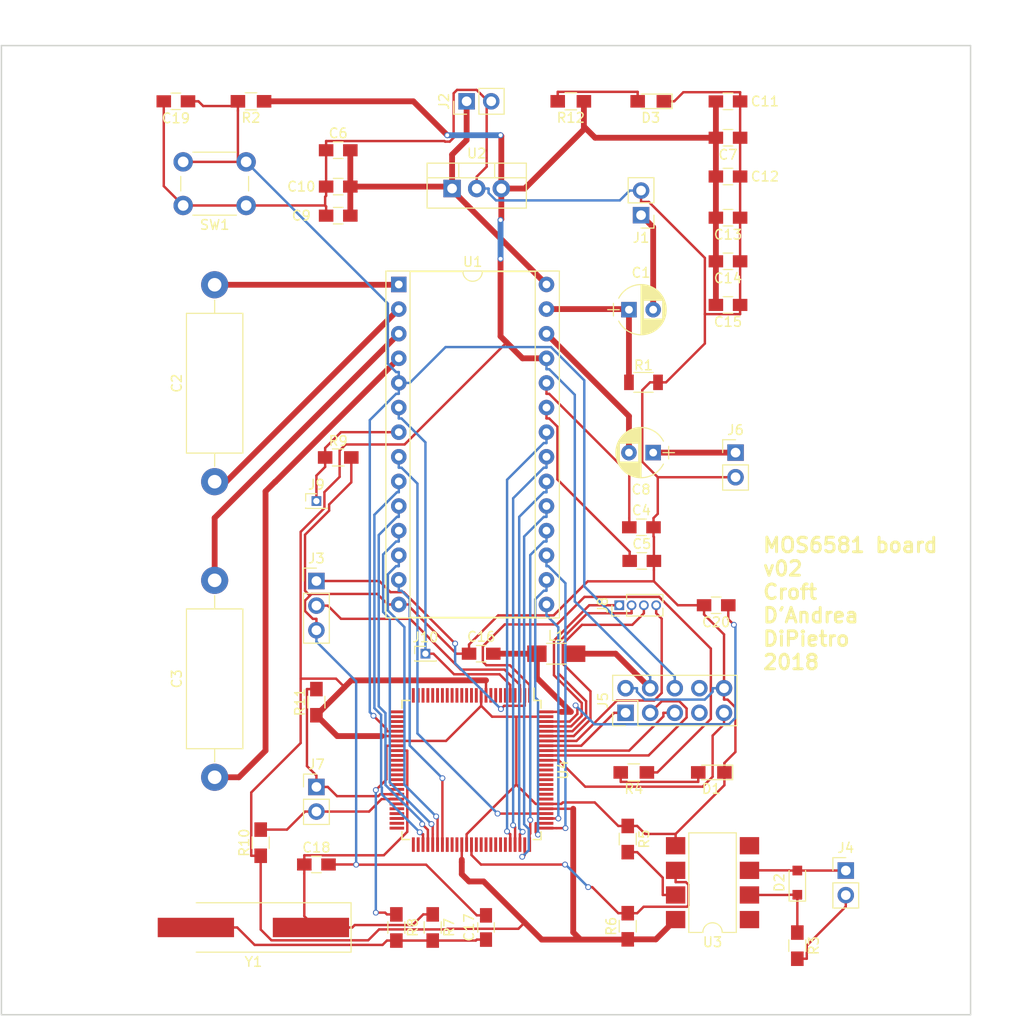
<source format=kicad_pcb>
(kicad_pcb (version 4) (host pcbnew 4.0.7)
  (title_block (title MOS6581Board) (date 2018-12-01) (rev v02) (comment 4 "Author: Dan D'Andrea"))
  (layers (0 F.Cu signal) (31 B.Cu signal) (34 B.Paste user) (35 F.Paste user) (36 B.SilkS user) (37 F.SilkS user) (38 B.Mask user) (39 F.Mask user) (44 Edge.Cuts user))
  (net 0 "")
  (net 1 "Net-(C1-Pad1)")
  (net 2 /CAP1A)
  (net 3 /CAP1B)
  (net 4 /CAP2A)
  (net 5 /CAP2B)
  (net 6 /POTX)
  (net 7 /POTY)
  (net 8 /EXTIN)
  (net 9 /~RES)
  (net 10 /A0)
  (net 11 /A1)
  (net 12 /A2)
  (net 13 /A3)
  (net 14 /A4)
  (net 15 /D0)
  (net 16 /D1)
  (net 17 /D2)
  (net 18 /D3)
  (net 19 /D4)
  (net 20 /D5)
  (net 21 /D6)
  (net 22 /D7)
  (net 23 /~RW)
  (net 24 /~CS)
  (net 25 GND)
  (net 26 +12V)
  (net 27 +5V)
  (net 28 /CLOCK)
  (net 29 /AUDIO_OUT)
  (net 30 /AUDIO_IN)
  (net 31 +5VA)
  (net 32 "Net-(C17-Pad1)")
  (net 33 "Net-(C18-Pad1)")
  (net 34 "Net-(C20-Pad1)")
  (net 35 "Net-(D1-Pad2)")
  (net 36 "Net-(D2-Pad1)")
  (net 37 /MIDI_IN_C)
  (net 38 "Net-(D3-Pad2)")
  (net 39 /DEBUG_UART_RX)
  (net 40 /DEBUG_UART_TX)
  (net 41 /MIDI_IN_A)
  (net 42 /TCK)
  (net 43 /TDO)
  (net 44 /TMS)
  (net 45 "Net-(J5-Pad7)")
  (net 46 "Net-(J5-Pad8)")
  (net 47 /TDI)
  (net 48 /SCL)
  (net 49 /SDA)
  (net 50 /PF0)
  (net 51 /PF1)
  (net 52 /PF2)
  (net 53 /PF3)
  (net 54 /DEBUG_LED)
  (net 55 "Net-(R5-Pad2)")
  (net 56 /MIDI_UART_RX)
  (net 57 "Net-(R8-Pad1)")
  (net 58 "Net-(U3-Pad1)")
  (net 59 "Net-(U3-Pad4)")
  (net 60 "Net-(U4-Pad4)")
  (net 61 "Net-(U4-Pad6)")
  (net 62 "Net-(U4-Pad7)")
  (net 63 "Net-(U4-Pad8)")
  (net 64 "Net-(U4-Pad9)")
  (net 65 "Net-(U4-Pad12)")
  (net 66 "Net-(U4-Pad13)")
  (net 67 "Net-(U4-Pad14)")
  (net 68 "Net-(U4-Pad15)")
  (net 69 "Net-(U4-Pad16)")
  (net 70 "Net-(U4-Pad17)")
  (net 71 "Net-(U4-Pad18)")
  (net 72 "Net-(U4-Pad19)")
  (net 73 "Net-(U4-Pad20)")
  (net 74 "Net-(U4-Pad21)")
  (net 75 "Net-(U4-Pad22)")
  (net 76 "Net-(U4-Pad23)")
  (net 77 "Net-(U4-Pad24)")
  (net 78 "Net-(U4-Pad25)")
  (net 79 "Net-(U4-Pad26)")
  (net 80 "Net-(U4-Pad27)")
  (net 81 "Net-(U4-Pad28)")
  (net 82 "Net-(U4-Pad29)")
  (net 83 "Net-(U4-Pad35)")
  (net 84 "Net-(U4-Pad36)")
  (net 85 "Net-(U4-Pad37)")
  (net 86 "Net-(U4-Pad38)")
  (net 87 "Net-(U4-Pad39)")
  (net 88 "Net-(U4-Pad40)")
  (net 89 "Net-(U4-Pad41)")
  (net 90 "Net-(U4-Pad42)")
  (net 91 "Net-(U4-Pad45)")
  (net 92 "Net-(U4-Pad46)")
  (net 93 "Net-(U4-Pad47)")
  (net 94 "Net-(U4-Pad48)")
  (net 95 "Net-(U4-Pad49)")
  (net 96 "Net-(U4-Pad50)")
  (net 97 "Net-(U4-Pad51)")
  (net 98 "Net-(U4-Pad52)")
  (net 99 "Net-(U4-Pad58)")
  (net 100 "Net-(U4-Pad59)")
  (net 101 "Net-(U4-Pad60)")
  (net 102 "Net-(U4-Pad64)")
  (net 103 "Net-(U4-Pad65)")
  (net 104 "Net-(U4-Pad66)")
  (net 105 "Net-(U4-Pad67)")
  (net 106 "Net-(U4-Pad68)")
  (net 107 "Net-(U4-Pad69)")
  (net 108 "Net-(U4-Pad70)")
  (net 109 "Net-(U4-Pad82)")
  (net 110 "Net-(U4-Pad83)")
  (net 111 "Net-(U4-Pad84)")
  (net 112 "Net-(U4-Pad85)")
  (net 113 "Net-(U4-Pad86)")
  (net 114 "Net-(U4-Pad87)")
  (net 115 "Net-(U4-Pad88)")
  (net 116 "Net-(U4-Pad89)")
  (module Capacitors_SMD:C_1206 (layer F.Cu) (at 82.25 53.5)
    (fp_text reference R1 (at 0 -1.75) (layer F.SilkS))
    (fp_text value 1K)
    (pad 1 smd rect (at -1.5 0) (size 1 1.6) (layers F.Cu F.Paste F.Mask) (net 1 "Net-(C1-Pad1)"))
    (pad 2 smd rect (at 1.5 0) (size 1 1.6) (layers F.Cu F.Paste F.Mask) (net 25 GND))
  )
  (module Housings_DIP:DIP-28_W15.24mm_Socket (layer F.Cu) (at 57 43.4)
    (fp_text reference U1 (at 7.62 -2.33) (layer F.SilkS))
    (fp_text value MOS6581)
    (pad 1 thru_hole rect (at 0 0) (size 1.6 1.6) (drill 0.8) (layers *.Cu *.Mask) (net 2 /CAP1A))
    (pad 15 thru_hole oval (at 15.24 33.02) (size 1.6 1.6) (drill 0.8) (layers *.Cu *.Mask) (net 15 /D0))
    (pad 2 thru_hole oval (at 0 2.54) (size 1.6 1.6) (drill 0.8) (layers *.Cu *.Mask) (net 3 /CAP1B))
    (pad 16 thru_hole oval (at 15.24 30.48) (size 1.6 1.6) (drill 0.8) (layers *.Cu *.Mask) (net 16 /D1))
    (pad 3 thru_hole oval (at 0 5.08) (size 1.6 1.6) (drill 0.8) (layers *.Cu *.Mask) (net 4 /CAP2A))
    (pad 17 thru_hole oval (at 15.24 27.94) (size 1.6 1.6) (drill 0.8) (layers *.Cu *.Mask) (net 17 /D2))
    (pad 4 thru_hole oval (at 0 7.62) (size 1.6 1.6) (drill 0.8) (layers *.Cu *.Mask) (net 5 /CAP2B))
    (pad 18 thru_hole oval (at 15.24 25.4) (size 1.6 1.6) (drill 0.8) (layers *.Cu *.Mask) (net 18 /D3))
    (pad 5 thru_hole oval (at 0 10.16) (size 1.6 1.6) (drill 0.8) (layers *.Cu *.Mask) (net 9 /~RES))
    (pad 19 thru_hole oval (at 15.24 22.86) (size 1.6 1.6) (drill 0.8) (layers *.Cu *.Mask) (net 19 /D4))
    (pad 6 thru_hole oval (at 0 12.7) (size 1.6 1.6) (drill 0.8) (layers *.Cu *.Mask) (net 28 /CLOCK))
    (pad 20 thru_hole oval (at 15.24 20.32) (size 1.6 1.6) (drill 0.8) (layers *.Cu *.Mask) (net 20 /D5))
    (pad 7 thru_hole oval (at 0 15.24) (size 1.6 1.6) (drill 0.8) (layers *.Cu *.Mask) (net 23 /~RW))
    (pad 21 thru_hole oval (at 15.24 17.78) (size 1.6 1.6) (drill 0.8) (layers *.Cu *.Mask) (net 21 /D6))
    (pad 8 thru_hole oval (at 0 17.78) (size 1.6 1.6) (drill 0.8) (layers *.Cu *.Mask) (net 24 /~CS))
    (pad 22 thru_hole oval (at 15.24 15.24) (size 1.6 1.6) (drill 0.8) (layers *.Cu *.Mask) (net 22 /D7))
    (pad 9 thru_hole oval (at 0 20.32) (size 1.6 1.6) (drill 0.8) (layers *.Cu *.Mask) (net 10 /A0))
    (pad 23 thru_hole oval (at 15.24 12.7) (size 1.6 1.6) (drill 0.8) (layers *.Cu *.Mask) (net 7 /POTY))
    (pad 10 thru_hole oval (at 0 22.86) (size 1.6 1.6) (drill 0.8) (layers *.Cu *.Mask) (net 11 /A1))
    (pad 24 thru_hole oval (at 15.24 10.16) (size 1.6 1.6) (drill 0.8) (layers *.Cu *.Mask) (net 6 /POTX))
    (pad 11 thru_hole oval (at 0 25.4) (size 1.6 1.6) (drill 0.8) (layers *.Cu *.Mask) (net 12 /A2))
    (pad 25 thru_hole oval (at 15.24 7.62) (size 1.6 1.6) (drill 0.8) (layers *.Cu *.Mask) (net 27 +5V))
    (pad 12 thru_hole oval (at 0 27.94) (size 1.6 1.6) (drill 0.8) (layers *.Cu *.Mask) (net 13 /A3))
    (pad 26 thru_hole oval (at 15.24 5.08) (size 1.6 1.6) (drill 0.8) (layers *.Cu *.Mask) (net 8 /EXTIN))
    (pad 13 thru_hole oval (at 0 30.48) (size 1.6 1.6) (drill 0.8) (layers *.Cu *.Mask) (net 14 /A4))
    (pad 27 thru_hole oval (at 15.24 2.54) (size 1.6 1.6) (drill 0.8) (layers *.Cu *.Mask) (net 1 "Net-(C1-Pad1)"))
    (pad 14 thru_hole oval (at 0 33.02) (size 1.6 1.6) (drill 0.8) (layers *.Cu *.Mask) (net 25 GND))
    (pad 28 thru_hole oval (at 15.24 0) (size 1.6 1.6) (drill 0.8) (layers *.Cu *.Mask) (net 26 +12V))
  )
  (module Capacitors_SMD:C_0805_HandSoldering (layer F.Cu) (at 50.75 29.55)
    (fp_text reference C6 (at 0 -1.75) (layer F.SilkS))
    (fp_text value 0.1uF)
    (pad 1 smd rect (at -1.25 0) (size 1.5 1.25) (layers F.Cu F.Paste F.Mask) (net 25 GND))
    (pad 2 smd rect (at 1.25 0) (size 1.5 1.25) (layers F.Cu F.Paste F.Mask) (net 26 +12V))
  )
  (module Capacitors_SMD:C_0805_HandSoldering (layer F.Cu) (at 90.97 28.26 180)
    (fp_text reference C7 (at 0 -1.75 180) (layer F.SilkS))
    (fp_text value 0.1uF)
    (pad 1 smd rect (at -1.25 0 180) (size 1.5 1.25) (layers F.Cu F.Paste F.Mask) (net 25 GND))
    (pad 2 smd rect (at 1.25 0 180) (size 1.5 1.25) (layers F.Cu F.Paste F.Mask) (net 27 +5V))
  )
  (module Pin_Headers:Pin_Header_Straight_1x02_Pitch2.54mm (layer F.Cu) (at 64 24.5 90)
    (fp_text reference J2 (at 0 -2.33 90) (layer F.SilkS))
    (fp_text value "Power connector")
    (pad 1 thru_hole rect (at 0 0 90) (size 1.7 1.7) (drill 1) (layers *.Cu *.Mask) (net 26 +12V))
    (pad 2 thru_hole oval (at 0 2.54 90) (size 1.7 1.7) (drill 1) (layers *.Cu *.Mask) (net 25 GND))
  )
  (module TO_SOT_Packages_THT:TO-220-3_Vertical (layer F.Cu) (at 62.5 33.5)
    (fp_text reference U2 (at 2.54 -3.62) (layer F.SilkS))
    (fp_text value LM7805_TO220)
    (pad 1 thru_hole rect (at 0 0) (size 1.8 1.8) (drill 1) (layers *.Cu *.Mask) (net 26 +12V))
    (pad 2 thru_hole oval (at 2.54 0) (size 1.8 1.8) (drill 1) (layers *.Cu *.Mask) (net 25 GND))
    (pad 3 thru_hole oval (at 5.08 0) (size 1.8 1.8) (drill 1) (layers *.Cu *.Mask) (net 27 +5V))
  )
  (module Capacitors_SMD:C_0805_HandSoldering (layer F.Cu) (at 50.75 36.3)
    (fp_text reference C9 (at -3.81 0) (layer F.SilkS))
    (fp_text value 10uF)
    (pad 1 smd rect (at -1.25 0) (size 1.5 1.25) (layers F.Cu F.Paste F.Mask) (net 25 GND))
    (pad 2 smd rect (at 1.25 0) (size 1.5 1.25) (layers F.Cu F.Paste F.Mask) (net 26 +12V))
  )
  (module Capacitors_SMD:C_0805_HandSoldering (layer F.Cu) (at 50.75 33.3)
    (fp_text reference C10 (at -3.81 0) (layer F.SilkS))
    (fp_text value 0.1uF)
    (pad 1 smd rect (at -1.25 0) (size 1.5 1.25) (layers F.Cu F.Paste F.Mask) (net 25 GND))
    (pad 2 smd rect (at 1.25 0) (size 1.5 1.25) (layers F.Cu F.Paste F.Mask) (net 26 +12V))
  )
  (module Capacitors_SMD:C_0805_HandSoldering (layer F.Cu) (at 90.97 24.51 180)
    (fp_text reference C11 (at -3.81 0 180) (layer F.SilkS))
    (fp_text value 0.1uF)
    (pad 1 smd rect (at -1.25 0 180) (size 1.5 1.25) (layers F.Cu F.Paste F.Mask) (net 25 GND))
    (pad 2 smd rect (at 1.25 0 180) (size 1.5 1.25) (layers F.Cu F.Paste F.Mask) (net 27 +5V))
  )
  (module Capacitors_SMD:C_0805_HandSoldering (layer F.Cu) (at 90.97 32.26 180)
    (fp_text reference C12 (at -3.81 0 180) (layer F.SilkS))
    (fp_text value 10uF)
    (pad 1 smd rect (at -1.25 0 180) (size 1.5 1.25) (layers F.Cu F.Paste F.Mask) (net 25 GND))
    (pad 2 smd rect (at 1.25 0 180) (size 1.5 1.25) (layers F.Cu F.Paste F.Mask) (net 27 +5V))
  )
  (module Capacitors_SMD:C_0805_HandSoldering (layer F.Cu) (at 90.97 36.51 180)
    (fp_text reference C13 (at 0 -1.75 180) (layer F.SilkS))
    (fp_text value 0.1uF)
    (pad 1 smd rect (at -1.25 0 180) (size 1.5 1.25) (layers F.Cu F.Paste F.Mask) (net 25 GND))
    (pad 2 smd rect (at 1.25 0 180) (size 1.5 1.25) (layers F.Cu F.Paste F.Mask) (net 27 +5V))
  )
  (module Resistors_SMD:R_0805_HandSoldering (layer F.Cu) (at 41.75 24.5 180)
    (fp_text reference R2 (at 0 -1.7 180) (layer F.SilkS))
    (fp_text value 47k)
    (pad 1 smd rect (at -1.35 0 180) (size 1.5 1.3) (layers F.Cu F.Paste F.Mask) (net 27 +5V))
    (pad 2 smd rect (at 1.35 0 180) (size 1.5 1.3) (layers F.Cu F.Paste F.Mask) (net 9 /~RES))
  )
  (module Capacitors_SMD:C_0805_HandSoldering (layer F.Cu) (at 82.035 68.455)
    (fp_text reference C4 (at 0 -1.75) (layer F.SilkS))
    (fp_text value 1000pF)
    (pad 1 smd rect (at -1.25 0) (size 1.5 1.25) (layers F.Cu F.Paste F.Mask) (net 6 /POTX))
    (pad 2 smd rect (at 1.25 0) (size 1.5 1.25) (layers F.Cu F.Paste F.Mask) (net 25 GND))
  )
  (module Capacitors_SMD:C_0805_HandSoldering (layer F.Cu) (at 82.075 71.925)
    (fp_text reference C5 (at 0 -1.75) (layer F.SilkS))
    (fp_text value 1000pF)
    (pad 1 smd rect (at -1.25 0) (size 1.5 1.25) (layers F.Cu F.Paste F.Mask) (net 7 /POTY))
    (pad 2 smd rect (at 1.25 0) (size 1.5 1.25) (layers F.Cu F.Paste F.Mask) (net 25 GND))
  )
  (module Capacitors_THT:CP_Radial_D5.0mm_P2.50mm (layer F.Cu) (at 80.75 46)
    (fp_text reference C1 (at 1.25 -3.81) (layer F.SilkS))
    (fp_text value 10uF)
    (pad 1 thru_hole rect (at 0 0) (size 1.6 1.6) (drill 0.8) (layers *.Cu *.Mask) (net 1 "Net-(C1-Pad1)"))
    (pad 2 thru_hole circle (at 2.5 0) (size 1.6 1.6) (drill 0.8) (layers *.Cu *.Mask) (net 29 /AUDIO_OUT))
  )
  (module Resistors_THT:R_Axial_DIN0614_L14.3mm_D5.7mm_P20.32mm_Horizontal (layer F.Cu) (at 38 63.75 90)
    (fp_text reference C2 (at 10.16 -3.91 90) (layer F.SilkS))
    (fp_text value 470pF)
    (pad 1 thru_hole circle (at 0 0 90) (size 2.8 2.8) (drill 1.4) (layers *.Cu *.Mask) (net 3 /CAP1B))
    (pad 2 thru_hole oval (at 20.32 0 90) (size 2.8 2.8) (drill 1.4) (layers *.Cu *.Mask) (net 2 /CAP1A))
  )
  (module Resistors_THT:R_Axial_DIN0614_L14.3mm_D5.7mm_P20.32mm_Horizontal (layer F.Cu) (at 38 94.25 90)
    (fp_text reference C3 (at 10.16 -3.91 90) (layer F.SilkS))
    (fp_text value 470pF)
    (pad 1 thru_hole circle (at 0 0 90) (size 2.8 2.8) (drill 1.4) (layers *.Cu *.Mask) (net 5 /CAP2B))
    (pad 2 thru_hole oval (at 20.32 0 90) (size 2.8 2.8) (drill 1.4) (layers *.Cu *.Mask) (net 4 /CAP2A))
  )
  (module Capacitors_THT:CP_Radial_D5.0mm_P2.50mm (layer F.Cu) (at 83.25 60.75 180)
    (fp_text reference C8 (at 1.25 -3.81 180) (layer F.SilkS))
    (fp_text value 10uF)
    (pad 1 thru_hole rect (at 0 0 180) (size 1.6 1.6) (drill 0.8) (layers *.Cu *.Mask) (net 30 /AUDIO_IN))
    (pad 2 thru_hole circle (at 2.5 0 180) (size 1.6 1.6) (drill 0.8) (layers *.Cu *.Mask) (net 8 /EXTIN))
  )
  (module Capacitors_SMD:C_0805_HandSoldering (layer F.Cu) (at 90.97 41.01 180)
    (fp_text reference C14 (at 0 -1.75 180) (layer F.SilkS))
    (fp_text value 10uF)
    (pad 1 smd rect (at -1.25 0 180) (size 1.5 1.25) (layers F.Cu F.Paste F.Mask) (net 25 GND))
    (pad 2 smd rect (at 1.25 0 180) (size 1.5 1.25) (layers F.Cu F.Paste F.Mask) (net 27 +5V))
  )
  (module Capacitors_SMD:C_0805_HandSoldering (layer F.Cu) (at 90.97 45.51 180)
    (fp_text reference C15 (at 0 -1.75 180) (layer F.SilkS))
    (fp_text value 0.1uF)
    (pad 1 smd rect (at -1.25 0 180) (size 1.5 1.25) (layers F.Cu F.Paste F.Mask) (net 25 GND))
    (pad 2 smd rect (at 1.25 0 180) (size 1.5 1.25) (layers F.Cu F.Paste F.Mask) (net 27 +5V))
  )
  (module Capacitors_SMD:C_0805_HandSoldering (layer F.Cu) (at 65.5 81.5)
    (fp_text reference C16 (at 0 -1.75) (layer F.SilkS))
    (fp_text value 0.1uF)
    (pad 1 smd rect (at -1.25 0) (size 1.5 1.25) (layers F.Cu F.Paste F.Mask) (net 25 GND))
    (pad 2 smd rect (at 1.25 0) (size 1.5 1.25) (layers F.Cu F.Paste F.Mask) (net 31 +5VA))
  )
  (module Capacitors_SMD:C_0805_HandSoldering (layer F.Cu) (at 66 109.75 90)
    (fp_text reference C17 (at 0 -1.75 90) (layer F.SilkS))
    (fp_text value 18pF)
    (pad 1 smd rect (at -1.25 0 90) (size 1.5 1.25) (layers F.Cu F.Paste F.Mask) (net 32 "Net-(C17-Pad1)"))
    (pad 2 smd rect (at 1.25 0 90) (size 1.5 1.25) (layers F.Cu F.Paste F.Mask) (net 25 GND))
  )
  (module Capacitors_SMD:C_0805_HandSoldering (layer F.Cu) (at 48.5 103.25)
    (fp_text reference C18 (at 0 -1.75) (layer F.SilkS))
    (fp_text value 18pF)
    (pad 1 smd rect (at -1.25 0) (size 1.5 1.25) (layers F.Cu F.Paste F.Mask) (net 33 "Net-(C18-Pad1)"))
    (pad 2 smd rect (at 1.25 0) (size 1.5 1.25) (layers F.Cu F.Paste F.Mask) (net 25 GND))
  )
  (module Capacitors_SMD:C_0805_HandSoldering (layer F.Cu) (at 34 24.5 180)
    (fp_text reference C19 (at 0 -1.75 180) (layer F.SilkS))
    (fp_text value .1uF)
    (pad 1 smd rect (at -1.25 0 180) (size 1.5 1.25) (layers F.Cu F.Paste F.Mask) (net 9 /~RES))
    (pad 2 smd rect (at 1.25 0 180) (size 1.5 1.25) (layers F.Cu F.Paste F.Mask) (net 25 GND))
  )
  (module Capacitors_SMD:C_0805_HandSoldering (layer F.Cu) (at 89.75 76.5 180)
    (fp_text reference C20 (at 0 -1.75 180) (layer F.SilkS))
    (fp_text value .1uF)
    (pad 1 smd rect (at -1.25 0 180) (size 1.5 1.25) (layers F.Cu F.Paste F.Mask) (net 34 "Net-(C20-Pad1)"))
    (pad 2 smd rect (at 1.25 0 180) (size 1.5 1.25) (layers F.Cu F.Paste F.Mask) (net 25 GND))
  )
  (module LEDs:LED_0805_HandSoldering (layer F.Cu) (at 89.25 93.75 180)
    (fp_text reference D1 (at 0 -1.7 180) (layer F.SilkS))
    (fp_text value LED)
    (pad 1 smd rect (at -1.35 0 180) (size 1.5 1.3) (layers F.Cu F.Paste F.Mask) (net 25 GND))
    (pad 2 smd rect (at 1.35 0 180) (size 1.5 1.3) (layers F.Cu F.Paste F.Mask) (net 35 "Net-(D1-Pad2)"))
  )
  (module Diodes_SMD:D_SOD-323_HandSoldering (layer F.Cu) (at 98.125 105.125 90)
    (fp_text reference D2 (at 0 -1.85 90) (layer F.SilkS))
    (fp_text value 1N4148)
    (pad 1 smd rect (at -1.25 0 90) (size 1 1) (layers F.Cu F.Paste F.Mask) (net 36 "Net-(D2-Pad1)"))
    (pad 2 smd rect (at 1.25 0 90) (size 1 1) (layers F.Cu F.Paste F.Mask) (net 37 /MIDI_IN_C))
  )
  (module LEDs:LED_0805_HandSoldering (layer F.Cu) (at 83 24.5 180)
    (fp_text reference D3 (at 0 -1.7 180) (layer F.SilkS))
    (fp_text value POWER)
    (pad 1 smd rect (at -1.35 0 180) (size 1.5 1.3) (layers F.Cu F.Paste F.Mask) (net 25 GND))
    (pad 2 smd rect (at 1.35 0 180) (size 1.5 1.3) (layers F.Cu F.Paste F.Mask) (net 38 "Net-(D3-Pad2)"))
  )
  (module Pin_Headers:Pin_Header_Straight_1x02_Pitch2.54mm (layer F.Cu) (at 82 36.25 180)
    (fp_text reference J1 (at 0 -2.33 180) (layer F.SilkS))
    (fp_text value AUDIO_OUT)
    (pad 1 thru_hole rect (at 0 0 180) (size 1.7 1.7) (drill 1) (layers *.Cu *.Mask) (net 29 /AUDIO_OUT))
    (pad 2 thru_hole oval (at 0 2.54 180) (size 1.7 1.7) (drill 1) (layers *.Cu *.Mask) (net 25 GND))
  )
  (module Pin_Headers:Pin_Header_Straight_1x03_Pitch2.54mm (layer F.Cu) (at 48.5 74)
    (fp_text reference J3 (at 0 -2.33) (layer F.SilkS))
    (fp_text value DEBUG_UART)
    (pad 1 thru_hole rect (at 0 0) (size 1.7 1.7) (drill 1) (layers *.Cu *.Mask) (net 39 /DEBUG_UART_RX))
    (pad 2 thru_hole oval (at 0 2.54) (size 1.7 1.7) (drill 1) (layers *.Cu *.Mask) (net 40 /DEBUG_UART_TX))
    (pad 3 thru_hole oval (at 0 5.08) (size 1.7 1.7) (drill 1) (layers *.Cu *.Mask) (net 25 GND))
  )
  (module Pin_Headers:Pin_Header_Straight_1x02_Pitch2.54mm (layer F.Cu) (at 103.125 103.875)
    (fp_text reference J4 (at 0 -2.33) (layer F.SilkS))
    (fp_text value MIDI_IN)
    (pad 1 thru_hole rect (at 0 0) (size 1.7 1.7) (drill 1) (layers *.Cu *.Mask) (net 37 /MIDI_IN_C))
    (pad 2 thru_hole oval (at 0 2.54) (size 1.7 1.7) (drill 1) (layers *.Cu *.Mask) (net 41 /MIDI_IN_A))
  )
  (module Pin_Headers:Pin_Header_Straight_2x05_Pitch2.54mm (layer F.Cu) (at 80.4 87.6 90)
    (fp_text reference J5 (at 1.27 -2.33 90) (layer F.SilkS))
    (fp_text value JTAG)
    (pad 1 thru_hole rect (at 0 0 90) (size 1.7 1.7) (drill 1) (layers *.Cu *.Mask) (net 42 /TCK))
    (pad 2 thru_hole oval (at 2.54 0 90) (size 1.7 1.7) (drill 1) (layers *.Cu *.Mask) (net 25 GND))
    (pad 3 thru_hole oval (at 0 2.54 90) (size 1.7 1.7) (drill 1) (layers *.Cu *.Mask) (net 43 /TDO))
    (pad 4 thru_hole oval (at 2.54 2.54 90) (size 1.7 1.7) (drill 1) (layers *.Cu *.Mask) (net 27 +5V))
    (pad 5 thru_hole oval (at 0 5.08 90) (size 1.7 1.7) (drill 1) (layers *.Cu *.Mask) (net 44 /TMS))
    (pad 6 thru_hole oval (at 2.54 5.08 90) (size 1.7 1.7) (drill 1) (layers *.Cu *.Mask) (net 9 /~RES))
    (pad 7 thru_hole oval (at 0 7.62 90) (size 1.7 1.7) (drill 1) (layers *.Cu *.Mask) (net 45 "Net-(J5-Pad7)"))
    (pad 8 thru_hole oval (at 2.54 7.62 90) (size 1.7 1.7) (drill 1) (layers *.Cu *.Mask) (net 46 "Net-(J5-Pad8)"))
    (pad 9 thru_hole oval (at 0 10.16 90) (size 1.7 1.7) (drill 1) (layers *.Cu *.Mask) (net 47 /TDI))
    (pad 10 thru_hole oval (at 2.54 10.16 90) (size 1.7 1.7) (drill 1) (layers *.Cu *.Mask) (net 25 GND))
  )
  (module Pin_Headers:Pin_Header_Straight_1x02_Pitch2.54mm (layer F.Cu) (at 91.75 60.75)
    (fp_text reference J6 (at 0 -2.33) (layer F.SilkS))
    (fp_text value AUDIO_IN)
    (pad 1 thru_hole rect (at 0 0) (size 1.7 1.7) (drill 1) (layers *.Cu *.Mask) (net 30 /AUDIO_IN))
    (pad 2 thru_hole oval (at 0 2.54) (size 1.7 1.7) (drill 1) (layers *.Cu *.Mask) (net 25 GND))
  )
  (module Pin_Headers:Pin_Header_Straight_1x02_Pitch2.54mm (layer F.Cu) (at 48.5 95.25)
    (fp_text reference J7 (at 0 -2.33) (layer F.SilkS))
    (fp_text value I2C)
    (pad 1 thru_hole rect (at 0 0) (size 1.7 1.7) (drill 1) (layers *.Cu *.Mask) (net 48 /SCL))
    (pad 2 thru_hole oval (at 0 2.54) (size 1.7 1.7) (drill 1) (layers *.Cu *.Mask) (net 49 /SDA))
  )
  (module Pin_Headers:Pin_Header_Straight_1x04_Pitch1.27mm (layer F.Cu) (at 79.75 76.5 90)
    (fp_text reference J8 (at 0 -1.695 90) (layer F.SilkS))
    (fp_text value GPIO)
    (pad 1 thru_hole rect (at 0 0 90) (size 1 1) (drill 0.65) (layers *.Cu *.Mask) (net 50 /PF0))
    (pad 2 thru_hole oval (at 0 1.27 90) (size 1 1) (drill 0.65) (layers *.Cu *.Mask) (net 51 /PF1))
    (pad 3 thru_hole oval (at 0 2.54 90) (size 1 1) (drill 0.65) (layers *.Cu *.Mask) (net 52 /PF2))
    (pad 4 thru_hole oval (at 0 3.81 90) (size 1 1) (drill 0.65) (layers *.Cu *.Mask) (net 53 /PF3))
  )
  (module Pin_Headers:Pin_Header_Straight_1x01_Pitch1.27mm (layer F.Cu) (at 48.5 65.75)
    (fp_text reference J9 (at 0 -1.695) (layer F.SilkS))
    (fp_text value RW_TP)
    (pad 1 thru_hole rect (at 0 0) (size 1 1) (drill 0.65) (layers *.Cu *.Mask) (net 23 /~RW))
  )
  (module Pin_Headers:Pin_Header_Straight_1x01_Pitch1.27mm (layer F.Cu) (at 59.75 81.5)
    (fp_text reference J10 (at 0 -1.695) (layer F.SilkS))
    (fp_text value CLOCK_TP)
    (pad 1 thru_hole rect (at 0 0) (size 1 1) (drill 0.65) (layers *.Cu *.Mask) (net 28 /CLOCK))
  )
  (module Resistors_SMD:R_1206_HandSoldering (layer F.Cu) (at 73.25 81.5)
    (fp_text reference L1 (at 0 -1.85) (layer F.SilkS))
    (fp_text value 10uH)
    (pad 1 smd rect (at -2 0) (size 2 1.7) (layers F.Cu F.Paste F.Mask) (net 31 +5VA))
    (pad 2 smd rect (at 2 0) (size 2 1.7) (layers F.Cu F.Paste F.Mask) (net 27 +5V))
  )
  (module Resistors_SMD:R_0805_HandSoldering (layer F.Cu) (at 98.125 111.625 270)
    (fp_text reference R3 (at 0 -1.7 270) (layer F.SilkS))
    (fp_text value 220)
    (pad 1 smd rect (at -1.35 0 270) (size 1.5 1.3) (layers F.Cu F.Paste F.Mask) (net 36 "Net-(D2-Pad1)"))
    (pad 2 smd rect (at 1.35 0 270) (size 1.5 1.3) (layers F.Cu F.Paste F.Mask) (net 41 /MIDI_IN_A))
  )
  (module Resistors_SMD:R_0805_HandSoldering (layer F.Cu) (at 81.25 93.75 180)
    (fp_text reference R4 (at 0 -1.7 180) (layer F.SilkS))
    (fp_text value 2.2k)
    (pad 1 smd rect (at -1.35 0 180) (size 1.5 1.3) (layers F.Cu F.Paste F.Mask) (net 54 /DEBUG_LED))
    (pad 2 smd rect (at 1.35 0 180) (size 1.5 1.3) (layers F.Cu F.Paste F.Mask) (net 35 "Net-(D1-Pad2)"))
  )
  (module Resistors_SMD:R_0805_HandSoldering (layer F.Cu) (at 80.625 100.625 270)
    (fp_text reference R5 (at 0 -1.7 270) (layer F.SilkS))
    (fp_text value 4.7k)
    (pad 1 smd rect (at -1.35 0 270) (size 1.5 1.3) (layers F.Cu F.Paste F.Mask) (net 25 GND))
    (pad 2 smd rect (at 1.35 0 270) (size 1.5 1.3) (layers F.Cu F.Paste F.Mask) (net 55 "Net-(R5-Pad2)"))
  )
  (module Resistors_SMD:R_0805_HandSoldering (layer F.Cu) (at 80.625 109.625 90)
    (fp_text reference R6 (at 0 -1.7 90) (layer F.SilkS))
    (fp_text value 220)
    (pad 1 smd rect (at -1.35 0 90) (size 1.5 1.3) (layers F.Cu F.Paste F.Mask) (net 27 +5V))
    (pad 2 smd rect (at 1.35 0 90) (size 1.5 1.3) (layers F.Cu F.Paste F.Mask) (net 56 /MIDI_UART_RX))
  )
  (module Resistors_SMD:R_0805_HandSoldering (layer F.Cu) (at 60.5 109.75 270)
    (fp_text reference R7 (at 0 -1.7 270) (layer F.SilkS))
    (fp_text value 1M)
    (pad 1 smd rect (at -1.35 0 270) (size 1.5 1.3) (layers F.Cu F.Paste F.Mask) (net 33 "Net-(C18-Pad1)"))
    (pad 2 smd rect (at 1.35 0 270) (size 1.5 1.3) (layers F.Cu F.Paste F.Mask) (net 32 "Net-(C17-Pad1)"))
  )
  (module Resistors_SMD:R_0805_HandSoldering (layer F.Cu) (at 56.75 109.75 270)
    (fp_text reference R8 (at 0 -1.7 270) (layer F.SilkS))
    (fp_text value 27R)
    (pad 1 smd rect (at -1.35 0 270) (size 1.5 1.3) (layers F.Cu F.Paste F.Mask) (net 57 "Net-(R8-Pad1)"))
    (pad 2 smd rect (at 1.35 0 270) (size 1.5 1.3) (layers F.Cu F.Paste F.Mask) (net 32 "Net-(C17-Pad1)"))
  )
  (module Resistors_SMD:R_0805_HandSoldering (layer F.Cu) (at 50.75 61.25)
    (fp_text reference R9 (at 0 -1.7) (layer F.SilkS))
    (fp_text value 10k)
    (pad 1 smd rect (at -1.35 0) (size 1.5 1.3) (layers F.Cu F.Paste F.Mask) (net 23 /~RW))
    (pad 2 smd rect (at 1.35 0) (size 1.5 1.3) (layers F.Cu F.Paste F.Mask) (net 25 GND))
  )
  (module Resistors_SMD:R_0805_HandSoldering (layer F.Cu) (at 42.75 101 90)
    (fp_text reference R10 (at 0 -1.7 270) (layer F.SilkS))
    (fp_text value 4.7k)
    (pad 1 smd rect (at -1.35 0 90) (size 1.5 1.3) (layers F.Cu F.Paste F.Mask) (net 27 +5V))
    (pad 2 smd rect (at 1.35 0 90) (size 1.5 1.3) (layers F.Cu F.Paste F.Mask) (net 49 /SDA))
  )
  (module Resistors_SMD:R_0805_HandSoldering (layer F.Cu) (at 48.5 86.5 90)
    (fp_text reference R11 (at 0 -1.7 90) (layer F.SilkS))
    (fp_text value 4.7k)
    (pad 1 smd rect (at -1.35 0 90) (size 1.5 1.3) (layers F.Cu F.Paste F.Mask) (net 27 +5V))
    (pad 2 smd rect (at 1.35 0 90) (size 1.5 1.3) (layers F.Cu F.Paste F.Mask) (net 48 /SCL))
  )
  (module Resistors_SMD:R_0805_HandSoldering (layer F.Cu) (at 74.75 24.5 180)
    (fp_text reference R12 (at 0 -1.7 180) (layer F.SilkS))
    (fp_text value 2.2k)
    (pad 1 smd rect (at -1.35 0 180) (size 1.5 1.3) (layers F.Cu F.Paste F.Mask) (net 27 +5V))
    (pad 2 smd rect (at 1.35 0 180) (size 1.5 1.3) (layers F.Cu F.Paste F.Mask) (net 38 "Net-(D3-Pad2)"))
  )
  (module Buttons_Switches_THT:SW_PUSH_6mm (layer F.Cu) (at 41.25 35.25 180)
    (fp_text reference SW1 (at 3.25 -2 180) (layer F.SilkS))
    (fp_text value SW_Push)
    (pad 2 thru_hole circle (at 0 4.5 270) (size 2 2) (drill 1.1) (layers *.Cu *.Mask) (net 9 /~RES))
    (pad 1 thru_hole circle (at 0 0 270) (size 2 2) (drill 1.1) (layers *.Cu *.Mask) (net 25 GND))
    (pad 2 thru_hole circle (at 6.5 4.5 270) (size 2 2) (drill 1.1) (layers *.Cu *.Mask) (net 9 /~RES))
    (pad 1 thru_hole circle (at 6.5 0 270) (size 2 2) (drill 1.1) (layers *.Cu *.Mask) (net 25 GND))
  )
  (module Housings_DIP:SMDIP-8_W7.62mm (layer F.Cu) (at 89.375 105.125 180)
    (fp_text reference U3 (at 0 -6.14 180) (layer F.SilkS))
    (fp_text value 6N138SM)
    (pad 1 smd rect (at -3.81 -3.81 180) (size 2 1.78) (layers F.Cu F.Paste F.Mask) (net 58 "Net-(U3-Pad1)"))
    (pad 5 smd rect (at 3.81 3.81 180) (size 2 1.78) (layers F.Cu F.Paste F.Mask) (net 25 GND))
    (pad 2 smd rect (at -3.81 -1.27 180) (size 2 1.78) (layers F.Cu F.Paste F.Mask) (net 36 "Net-(D2-Pad1)"))
    (pad 6 smd rect (at 3.81 1.27 180) (size 2 1.78) (layers F.Cu F.Paste F.Mask) (net 56 /MIDI_UART_RX))
    (pad 3 smd rect (at -3.81 1.27 180) (size 2 1.78) (layers F.Cu F.Paste F.Mask) (net 37 /MIDI_IN_C))
    (pad 7 smd rect (at 3.81 -1.27 180) (size 2 1.78) (layers F.Cu F.Paste F.Mask) (net 55 "Net-(R5-Pad2)"))
    (pad 4 smd rect (at -3.81 3.81 180) (size 2 1.78) (layers F.Cu F.Paste F.Mask) (net 59 "Net-(U3-Pad4)"))
    (pad 8 smd rect (at 3.81 -3.81 180) (size 2 1.78) (layers F.Cu F.Paste F.Mask) (net 27 +5V))
  )
  (module Housings_QFP:TQFP-100_14x14mm_Pitch0.5mm (layer F.Cu) (at 64.5 93.5 270)
    (fp_text reference U4 (at 0 -9.45 270) (layer F.SilkS))
    (fp_text value ATMEGA2560-16AU)
    (pad 1 smd rect (at -7.7 -6 270) (size 1.5 0.3) (layers F.Cu F.Paste F.Mask) (net 54 /DEBUG_LED))
    (pad 2 smd rect (at -7.7 -5.5 270) (size 1.5 0.3) (layers F.Cu F.Paste F.Mask) (net 39 /DEBUG_UART_RX))
    (pad 3 smd rect (at -7.7 -5 270) (size 1.5 0.3) (layers F.Cu F.Paste F.Mask) (net 40 /DEBUG_UART_TX))
    (pad 4 smd rect (at -7.7 -4.5 270) (size 1.5 0.3) (layers F.Cu F.Paste F.Mask) (net 60 "Net-(U4-Pad4)"))
    (pad 5 smd rect (at -7.7 -4 270) (size 1.5 0.3) (layers F.Cu F.Paste F.Mask) (net 28 /CLOCK))
    (pad 6 smd rect (at -7.7 -3.5 270) (size 1.5 0.3) (layers F.Cu F.Paste F.Mask) (net 61 "Net-(U4-Pad6)"))
    (pad 7 smd rect (at -7.7 -3 270) (size 1.5 0.3) (layers F.Cu F.Paste F.Mask) (net 62 "Net-(U4-Pad7)"))
    (pad 8 smd rect (at -7.7 -2.5 270) (size 1.5 0.3) (layers F.Cu F.Paste F.Mask) (net 63 "Net-(U4-Pad8)"))
    (pad 9 smd rect (at -7.7 -2 270) (size 1.5 0.3) (layers F.Cu F.Paste F.Mask) (net 64 "Net-(U4-Pad9)"))
    (pad 10 smd rect (at -7.7 -1.5 270) (size 1.5 0.3) (layers F.Cu F.Paste F.Mask) (net 27 +5V))
    (pad 11 smd rect (at -7.7 -1 270) (size 1.5 0.3) (layers F.Cu F.Paste F.Mask) (net 25 GND))
    (pad 12 smd rect (at -7.7 -0.5 270) (size 1.5 0.3) (layers F.Cu F.Paste F.Mask) (net 65 "Net-(U4-Pad12)"))
    (pad 13 smd rect (at -7.7 0 270) (size 1.5 0.3) (layers F.Cu F.Paste F.Mask) (net 66 "Net-(U4-Pad13)"))
    (pad 14 smd rect (at -7.7 0.5 270) (size 1.5 0.3) (layers F.Cu F.Paste F.Mask) (net 67 "Net-(U4-Pad14)"))
    (pad 15 smd rect (at -7.7 1 270) (size 1.5 0.3) (layers F.Cu F.Paste F.Mask) (net 68 "Net-(U4-Pad15)"))
    (pad 16 smd rect (at -7.7 1.5 270) (size 1.5 0.3) (layers F.Cu F.Paste F.Mask) (net 69 "Net-(U4-Pad16)"))
    (pad 17 smd rect (at -7.7 2 270) (size 1.5 0.3) (layers F.Cu F.Paste F.Mask) (net 70 "Net-(U4-Pad17)"))
    (pad 18 smd rect (at -7.7 2.5 270) (size 1.5 0.3) (layers F.Cu F.Paste F.Mask) (net 71 "Net-(U4-Pad18)"))
    (pad 19 smd rect (at -7.7 3 270) (size 1.5 0.3) (layers F.Cu F.Paste F.Mask) (net 72 "Net-(U4-Pad19)"))
    (pad 20 smd rect (at -7.7 3.5 270) (size 1.5 0.3) (layers F.Cu F.Paste F.Mask) (net 73 "Net-(U4-Pad20)"))
    (pad 21 smd rect (at -7.7 4 270) (size 1.5 0.3) (layers F.Cu F.Paste F.Mask) (net 74 "Net-(U4-Pad21)"))
    (pad 22 smd rect (at -7.7 4.5 270) (size 1.5 0.3) (layers F.Cu F.Paste F.Mask) (net 75 "Net-(U4-Pad22)"))
    (pad 23 smd rect (at -7.7 5 270) (size 1.5 0.3) (layers F.Cu F.Paste F.Mask) (net 76 "Net-(U4-Pad23)"))
    (pad 24 smd rect (at -7.7 5.5 270) (size 1.5 0.3) (layers F.Cu F.Paste F.Mask) (net 77 "Net-(U4-Pad24)"))
    (pad 25 smd rect (at -7.7 6 270) (size 1.5 0.3) (layers F.Cu F.Paste F.Mask) (net 78 "Net-(U4-Pad25)"))
    (pad 26 smd rect (at -6 7.7) (size 1.5 0.3) (layers F.Cu F.Paste F.Mask) (net 79 "Net-(U4-Pad26)"))
    (pad 27 smd rect (at -5.5 7.7) (size 1.5 0.3) (layers F.Cu F.Paste F.Mask) (net 80 "Net-(U4-Pad27)"))
    (pad 28 smd rect (at -5 7.7) (size 1.5 0.3) (layers F.Cu F.Paste F.Mask) (net 81 "Net-(U4-Pad28)"))
    (pad 29 smd rect (at -4.5 7.7) (size 1.5 0.3) (layers F.Cu F.Paste F.Mask) (net 82 "Net-(U4-Pad29)"))
    (pad 30 smd rect (at -4 7.7) (size 1.5 0.3) (layers F.Cu F.Paste F.Mask) (net 9 /~RES))
    (pad 31 smd rect (at -3.5 7.7) (size 1.5 0.3) (layers F.Cu F.Paste F.Mask) (net 27 +5V))
    (pad 32 smd rect (at -3 7.7) (size 1.5 0.3) (layers F.Cu F.Paste F.Mask) (net 25 GND))
    (pad 33 smd rect (at -2.5 7.7) (size 1.5 0.3) (layers F.Cu F.Paste F.Mask) (net 57 "Net-(R8-Pad1)"))
    (pad 34 smd rect (at -2 7.7) (size 1.5 0.3) (layers F.Cu F.Paste F.Mask) (net 33 "Net-(C18-Pad1)"))
    (pad 35 smd rect (at -1.5 7.7) (size 1.5 0.3) (layers F.Cu F.Paste F.Mask) (net 83 "Net-(U4-Pad35)"))
    (pad 36 smd rect (at -1 7.7) (size 1.5 0.3) (layers F.Cu F.Paste F.Mask) (net 84 "Net-(U4-Pad36)"))
    (pad 37 smd rect (at -0.5 7.7) (size 1.5 0.3) (layers F.Cu F.Paste F.Mask) (net 85 "Net-(U4-Pad37)"))
    (pad 38 smd rect (at 0 7.7) (size 1.5 0.3) (layers F.Cu F.Paste F.Mask) (net 86 "Net-(U4-Pad38)"))
    (pad 39 smd rect (at 0.5 7.7) (size 1.5 0.3) (layers F.Cu F.Paste F.Mask) (net 87 "Net-(U4-Pad39)"))
    (pad 40 smd rect (at 1 7.7) (size 1.5 0.3) (layers F.Cu F.Paste F.Mask) (net 88 "Net-(U4-Pad40)"))
    (pad 41 smd rect (at 1.5 7.7) (size 1.5 0.3) (layers F.Cu F.Paste F.Mask) (net 89 "Net-(U4-Pad41)"))
    (pad 42 smd rect (at 2 7.7) (size 1.5 0.3) (layers F.Cu F.Paste F.Mask) (net 90 "Net-(U4-Pad42)"))
    (pad 43 smd rect (at 2.5 7.7) (size 1.5 0.3) (layers F.Cu F.Paste F.Mask) (net 48 /SCL))
    (pad 44 smd rect (at 3 7.7) (size 1.5 0.3) (layers F.Cu F.Paste F.Mask) (net 49 /SDA))
    (pad 45 smd rect (at 3.5 7.7) (size 1.5 0.3) (layers F.Cu F.Paste F.Mask) (net 91 "Net-(U4-Pad45)"))
    (pad 46 smd rect (at 4 7.7) (size 1.5 0.3) (layers F.Cu F.Paste F.Mask) (net 92 "Net-(U4-Pad46)"))
    (pad 47 smd rect (at 4.5 7.7) (size 1.5 0.3) (layers F.Cu F.Paste F.Mask) (net 93 "Net-(U4-Pad47)"))
    (pad 48 smd rect (at 5 7.7) (size 1.5 0.3) (layers F.Cu F.Paste F.Mask) (net 94 "Net-(U4-Pad48)"))
    (pad 49 smd rect (at 5.5 7.7) (size 1.5 0.3) (layers F.Cu F.Paste F.Mask) (net 95 "Net-(U4-Pad49)"))
    (pad 50 smd rect (at 6 7.7) (size 1.5 0.3) (layers F.Cu F.Paste F.Mask) (net 96 "Net-(U4-Pad50)"))
    (pad 51 smd rect (at 7.7 6 270) (size 1.5 0.3) (layers F.Cu F.Paste F.Mask) (net 97 "Net-(U4-Pad51)"))
    (pad 52 smd rect (at 7.7 5.5 270) (size 1.5 0.3) (layers F.Cu F.Paste F.Mask) (net 98 "Net-(U4-Pad52)"))
    (pad 53 smd rect (at 7.7 5 270) (size 1.5 0.3) (layers F.Cu F.Paste F.Mask) (net 10 /A0))
    (pad 54 smd rect (at 7.7 4.5 270) (size 1.5 0.3) (layers F.Cu F.Paste F.Mask) (net 11 /A1))
    (pad 55 smd rect (at 7.7 4 270) (size 1.5 0.3) (layers F.Cu F.Paste F.Mask) (net 12 /A2))
    (pad 56 smd rect (at 7.7 3.5 270) (size 1.5 0.3) (layers F.Cu F.Paste F.Mask) (net 13 /A3))
    (pad 57 smd rect (at 7.7 3 270) (size 1.5 0.3) (layers F.Cu F.Paste F.Mask) (net 14 /A4))
    (pad 58 smd rect (at 7.7 2.5 270) (size 1.5 0.3) (layers F.Cu F.Paste F.Mask) (net 99 "Net-(U4-Pad58)"))
    (pad 59 smd rect (at 7.7 2 270) (size 1.5 0.3) (layers F.Cu F.Paste F.Mask) (net 100 "Net-(U4-Pad59)"))
    (pad 60 smd rect (at 7.7 1.5 270) (size 1.5 0.3) (layers F.Cu F.Paste F.Mask) (net 101 "Net-(U4-Pad60)"))
    (pad 61 smd rect (at 7.7 1 270) (size 1.5 0.3) (layers F.Cu F.Paste F.Mask) (net 27 +5V))
    (pad 62 smd rect (at 7.7 0.5 270) (size 1.5 0.3) (layers F.Cu F.Paste F.Mask) (net 25 GND))
    (pad 63 smd rect (at 7.7 0 270) (size 1.5 0.3) (layers F.Cu F.Paste F.Mask) (net 56 /MIDI_UART_RX))
    (pad 64 smd rect (at 7.7 -0.5 270) (size 1.5 0.3) (layers F.Cu F.Paste F.Mask) (net 102 "Net-(U4-Pad64)"))
    (pad 65 smd rect (at 7.7 -1 270) (size 1.5 0.3) (layers F.Cu F.Paste F.Mask) (net 103 "Net-(U4-Pad65)"))
    (pad 66 smd rect (at 7.7 -1.5 270) (size 1.5 0.3) (layers F.Cu F.Paste F.Mask) (net 104 "Net-(U4-Pad66)"))
    (pad 67 smd rect (at 7.7 -2 270) (size 1.5 0.3) (layers F.Cu F.Paste F.Mask) (net 105 "Net-(U4-Pad67)"))
    (pad 68 smd rect (at 7.7 -2.5 270) (size 1.5 0.3) (layers F.Cu F.Paste F.Mask) (net 106 "Net-(U4-Pad68)"))
    (pad 69 smd rect (at 7.7 -3 270) (size 1.5 0.3) (layers F.Cu F.Paste F.Mask) (net 107 "Net-(U4-Pad69)"))
    (pad 70 smd rect (at 7.7 -3.5 270) (size 1.5 0.3) (layers F.Cu F.Paste F.Mask) (net 108 "Net-(U4-Pad70)"))
    (pad 71 smd rect (at 7.7 -4 270) (size 1.5 0.3) (layers F.Cu F.Paste F.Mask) (net 22 /D7))
    (pad 72 smd rect (at 7.7 -4.5 270) (size 1.5 0.3) (layers F.Cu F.Paste F.Mask) (net 21 /D6))
    (pad 73 smd rect (at 7.7 -5 270) (size 1.5 0.3) (layers F.Cu F.Paste F.Mask) (net 20 /D5))
    (pad 74 smd rect (at 7.7 -5.5 270) (size 1.5 0.3) (layers F.Cu F.Paste F.Mask) (net 19 /D4))
    (pad 75 smd rect (at 7.7 -6 270) (size 1.5 0.3) (layers F.Cu F.Paste F.Mask) (net 18 /D3))
    (pad 76 smd rect (at 6 -7.7) (size 1.5 0.3) (layers F.Cu F.Paste F.Mask) (net 17 /D2))
    (pad 77 smd rect (at 5.5 -7.7) (size 1.5 0.3) (layers F.Cu F.Paste F.Mask) (net 16 /D1))
    (pad 78 smd rect (at 5 -7.7) (size 1.5 0.3) (layers F.Cu F.Paste F.Mask) (net 15 /D0))
    (pad 79 smd rect (at 4.5 -7.7) (size 1.5 0.3) (layers F.Cu F.Paste F.Mask) (net 24 /~CS))
    (pad 80 smd rect (at 4 -7.7) (size 1.5 0.3) (layers F.Cu F.Paste F.Mask) (net 27 +5V))
    (pad 81 smd rect (at 3.5 -7.7) (size 1.5 0.3) (layers F.Cu F.Paste F.Mask) (net 25 GND))
    (pad 82 smd rect (at 3 -7.7) (size 1.5 0.3) (layers F.Cu F.Paste F.Mask) (net 109 "Net-(U4-Pad82)"))
    (pad 83 smd rect (at 2.5 -7.7) (size 1.5 0.3) (layers F.Cu F.Paste F.Mask) (net 110 "Net-(U4-Pad83)"))
    (pad 84 smd rect (at 2 -7.7) (size 1.5 0.3) (layers F.Cu F.Paste F.Mask) (net 111 "Net-(U4-Pad84)"))
    (pad 85 smd rect (at 1.5 -7.7) (size 1.5 0.3) (layers F.Cu F.Paste F.Mask) (net 112 "Net-(U4-Pad85)"))
    (pad 86 smd rect (at 1 -7.7) (size 1.5 0.3) (layers F.Cu F.Paste F.Mask) (net 113 "Net-(U4-Pad86)"))
    (pad 87 smd rect (at 0.5 -7.7) (size 1.5 0.3) (layers F.Cu F.Paste F.Mask) (net 114 "Net-(U4-Pad87)"))
    (pad 88 smd rect (at 0 -7.7) (size 1.5 0.3) (layers F.Cu F.Paste F.Mask) (net 115 "Net-(U4-Pad88)"))
    (pad 89 smd rect (at -0.5 -7.7) (size 1.5 0.3) (layers F.Cu F.Paste F.Mask) (net 116 "Net-(U4-Pad89)"))
    (pad 90 smd rect (at -1 -7.7) (size 1.5 0.3) (layers F.Cu F.Paste F.Mask) (net 47 /TDI))
    (pad 91 smd rect (at -1.5 -7.7) (size 1.5 0.3) (layers F.Cu F.Paste F.Mask) (net 43 /TDO))
    (pad 92 smd rect (at -2 -7.7) (size 1.5 0.3) (layers F.Cu F.Paste F.Mask) (net 44 /TMS))
    (pad 93 smd rect (at -2.5 -7.7) (size 1.5 0.3) (layers F.Cu F.Paste F.Mask) (net 42 /TCK))
    (pad 94 smd rect (at -3 -7.7) (size 1.5 0.3) (layers F.Cu F.Paste F.Mask) (net 53 /PF3))
    (pad 95 smd rect (at -3.5 -7.7) (size 1.5 0.3) (layers F.Cu F.Paste F.Mask) (net 52 /PF2))
    (pad 96 smd rect (at -4 -7.7) (size 1.5 0.3) (layers F.Cu F.Paste F.Mask) (net 51 /PF1))
    (pad 97 smd rect (at -4.5 -7.7) (size 1.5 0.3) (layers F.Cu F.Paste F.Mask) (net 50 /PF0))
    (pad 98 smd rect (at -5 -7.7) (size 1.5 0.3) (layers F.Cu F.Paste F.Mask) (net 34 "Net-(C20-Pad1)"))
    (pad 99 smd rect (at -5.5 -7.7) (size 1.5 0.3) (layers F.Cu F.Paste F.Mask) (net 25 GND))
    (pad 100 smd rect (at -6 -7.7) (size 1.5 0.3) (layers F.Cu F.Paste F.Mask) (net 31 +5VA))
  )
  (module Crystals:Crystal_SMD_HC49-SD_HandSoldering (layer F.Cu) (at 42 109.75 180)
    (fp_text reference Y1 (at 0 -3.55 180) (layer F.SilkS))
    (fp_text value 16MHz)
    (pad 1 smd rect (at -5.9375 0 180) (size 7.875 2) (layers F.Cu F.Paste F.Mask) (net 33 "Net-(C18-Pad1)"))
    (pad 2 smd rect (at 5.9375 0 180) (size 7.875 2) (layers F.Cu F.Paste F.Mask) (net 32 "Net-(C17-Pad1)"))
  )
  (gr_line (start 16 118.75) (end 116 118.75) (angle 90) (layer Edge.Cuts) (width 0.15))
  (gr_line (start 116 118.75) (end 116 18.75) (angle 90) (layer Edge.Cuts) (width 0.15))
  (gr_line (start 16 18.75) (end 16 118.75) (angle 90) (layer Edge.Cuts) (width 0.15))
  (gr_line (start 116 18.75) (end 16 18.75) (angle 90) (layer Edge.Cuts) (width 0.15))
  (gr_text "MOS6581 board\nv02\nCroft\nD'Andrea\nDiPietro\n2018" (at 94.43 76.34) (layer F.SilkS) (effects (font (size 1.5 1.5) (thickness 0.3)) (justify left)))
  (segment (start 80.75 46) (end 80.75 53.5) (width 0.6) (layer F.Cu) (net 1))
  (segment (start 80.69 45.94) (end 80.75 46) (width 0.6) (layer F.Cu) (net 1))
  (segment (start 72.24 45.94) (end 80.69 45.94) (width 0.6) (layer F.Cu) (net 1))
  (segment (start 56.97 43.43) (end 57 43.4) (width 0.6) (layer F.Cu) (net 2))
  (segment (start 38 43.43) (end 56.97 43.43) (width 0.6) (layer F.Cu) (net 2))
  (segment (start 39.19 63.75) (end 57 45.94) (width 0.6) (layer F.Cu) (net 3))
  (segment (start 38 63.75) (end 39.19 63.75) (width 0.6) (layer F.Cu) (net 3))
  (segment (start 38 67.48) (end 57 48.48) (width 0.6) (layer F.Cu) (net 4))
  (segment (start 38 73.93) (end 38 67.48) (width 0.6) (layer F.Cu) (net 4))
  (segment (start 44.25 63.77) (end 57 51.02) (width 0.6) (layer F.Cu) (net 5))
  (segment (start 44.25 63.75) (end 44.25 63.77) (width 0.6) (layer F.Cu) (net 5))
  (segment (start 43.25 64.75) (end 44.25 63.75) (width 0.6) (layer F.Cu) (net 5))
  (segment (start 43.25 91.5) (end 43.25 64.75) (width 0.6) (layer F.Cu) (net 5))
  (segment (start 40.5 94.25) (end 43.25 91.5) (width 0.6) (layer F.Cu) (net 5))
  (segment (start 38 94.25) (end 40.5 94.25) (width 0.6) (layer F.Cu) (net 5))
  (segment (start 72.5213 54.6853) (end 72.24 54.6853) (width 0.25) (layer F.Cu) (net 6))
  (segment (start 80.785 62.949) (end 72.5213 54.6853) (width 0.25) (layer F.Cu) (net 6))
  (segment (start 80.785 67.5047) (end 80.785 62.949) (width 0.25) (layer F.Cu) (net 6))
  (segment (start 80.785 68.455) (end 80.785 67.5047) (width 0.25) (layer F.Cu) (net 6))
  (segment (start 72.24 53.56) (end 72.24 54.6853) (width 0.25) (layer F.Cu) (net 6))
  (segment (start 72.5214 57.2253) (end 72.24 57.2253) (width 0.25) (layer F.Cu) (net 7))
  (segment (start 73.3653 58.0692) (end 72.5214 57.2253) (width 0.25) (layer F.Cu) (net 7))
  (segment (start 73.3653 63.515) (end 73.3653 58.0692) (width 0.25) (layer F.Cu) (net 7))
  (segment (start 80.825 70.9747) (end 73.3653 63.515) (width 0.25) (layer F.Cu) (net 7))
  (segment (start 80.825 71.925) (end 80.825 70.9747) (width 0.25) (layer F.Cu) (net 7))
  (segment (start 72.24 56.1) (end 72.24 57.2253) (width 0.25) (layer F.Cu) (net 7))
  (segment (start 80.75 56.99) (end 72.24 48.48) (width 0.6) (layer F.Cu) (net 8))
  (segment (start 80.75 60.75) (end 80.75 56.99) (width 0.6) (layer F.Cu) (net 8))
  (via (at 54.3861 87.9054) (size 0.6) (layers F.Cu B.Cu) (net 9))
  (segment (start 85.48 85.06) (end 85.48 83.8847) (width 0.25) (layer B.Cu) (net 9))
  (segment (start 57 53.56) (end 58.1253 53.56) (width 0.25) (layer B.Cu) (net 9))
  (segment (start 56.7186 52.4347) (end 57 52.4347) (width 0.25) (layer B.Cu) (net 9))
  (segment (start 55.8747 51.5908) (end 56.7186 52.4347) (width 0.25) (layer B.Cu) (net 9))
  (segment (start 55.8747 45.3747) (end 55.8747 51.5908) (width 0.25) (layer B.Cu) (net 9))
  (segment (start 41.25 30.75) (end 55.8747 45.3747) (width 0.25) (layer B.Cu) (net 9))
  (segment (start 57 53.56) (end 57 52.4347) (width 0.25) (layer B.Cu) (net 9))
  (segment (start 40.4 30.75) (end 40.4 25.4753) (width 0.25) (layer F.Cu) (net 9))
  (segment (start 34.75 30.75) (end 40.4 30.75) (width 0.25) (layer F.Cu) (net 9))
  (segment (start 40.4 30.75) (end 41.25 30.75) (width 0.25) (layer F.Cu) (net 9))
  (segment (start 40.4 24.5) (end 40.4 24.9876) (width 0.25) (layer F.Cu) (net 9))
  (segment (start 40.4 24.9876) (end 40.4 25.4753) (width 0.25) (layer F.Cu) (net 9))
  (segment (start 36.8129 24.9876) (end 36.3253 24.5) (width 0.25) (layer F.Cu) (net 9))
  (segment (start 40.4 24.9876) (end 36.8129 24.9876) (width 0.25) (layer F.Cu) (net 9))
  (segment (start 35.25 24.5) (end 36.3253 24.5) (width 0.25) (layer F.Cu) (net 9))
  (segment (start 55.7247 89.244) (end 54.3861 87.9054) (width 0.25) (layer F.Cu) (net 9))
  (segment (start 55.7247 89.5) (end 55.7247 89.244) (width 0.25) (layer F.Cu) (net 9))
  (segment (start 56.7187 54.6853) (end 57 54.6853) (width 0.25) (layer B.Cu) (net 9))
  (segment (start 54.0078 57.3962) (end 56.7187 54.6853) (width 0.25) (layer B.Cu) (net 9))
  (segment (start 54.0078 87.5271) (end 54.0078 57.3962) (width 0.25) (layer B.Cu) (net 9))
  (segment (start 54.3861 87.9054) (end 54.0078 87.5271) (width 0.25) (layer B.Cu) (net 9))
  (segment (start 56.8 89.5) (end 55.7247 89.5) (width 0.25) (layer F.Cu) (net 9))
  (segment (start 57 53.56) (end 57 54.6853) (width 0.25) (layer B.Cu) (net 9))
  (segment (start 61.8268 49.8585) (end 58.1253 53.56) (width 0.25) (layer B.Cu) (net 9))
  (segment (start 72.7055 49.8585) (end 61.8268 49.8585) (width 0.25) (layer B.Cu) (net 9))
  (segment (start 76.1411 53.2941) (end 72.7055 49.8585) (width 0.25) (layer B.Cu) (net 9))
  (segment (start 76.1411 74.5458) (end 76.1411 53.2941) (width 0.25) (layer B.Cu) (net 9))
  (segment (start 85.48 83.8847) (end 76.1411 74.5458) (width 0.25) (layer B.Cu) (net 9))
  (via (at 59.1634 99.9249) (size 0.6) (layers F.Cu B.Cu) (net 10))
  (segment (start 59.3632 100.1247) (end 59.5 100.1247) (width 0.25) (layer F.Cu) (net 10))
  (segment (start 59.1634 99.9249) (end 59.3632 100.1247) (width 0.25) (layer F.Cu) (net 10))
  (segment (start 57 63.72) (end 57 64.8453) (width 0.25) (layer B.Cu) (net 10))
  (segment (start 59.5 101.2) (end 59.5 100.1247) (width 0.25) (layer F.Cu) (net 10))
  (segment (start 56.8015 64.8453) (end 57 64.8453) (width 0.25) (layer B.Cu) (net 10))
  (segment (start 54.4823 67.1645) (end 56.8015 64.8453) (width 0.25) (layer B.Cu) (net 10))
  (segment (start 54.4823 87.1172) (end 54.4823 67.1645) (width 0.25) (layer B.Cu) (net 10))
  (segment (start 55.1747 87.8096) (end 54.4823 87.1172) (width 0.25) (layer B.Cu) (net 10))
  (segment (start 55.1747 95.2334) (end 55.1747 87.8096) (width 0.25) (layer B.Cu) (net 10))
  (segment (start 55.2563 95.315) (end 55.1747 95.2334) (width 0.25) (layer B.Cu) (net 10))
  (segment (start 55.2563 96.0178) (end 55.2563 95.315) (width 0.25) (layer B.Cu) (net 10))
  (segment (start 59.1634 99.9249) (end 55.2563 96.0178) (width 0.25) (layer B.Cu) (net 10))
  (via (at 59.4157 99.0915) (size 0.6) (layers F.Cu B.Cu) (net 11))
  (segment (start 57 66.26) (end 57 67.3853) (width 0.25) (layer B.Cu) (net 11))
  (segment (start 60 99.6758) (end 59.4157 99.0915) (width 0.25) (layer F.Cu) (net 11))
  (segment (start 60 101.2) (end 60 99.6758) (width 0.25) (layer F.Cu) (net 11))
  (segment (start 56.8014 67.3853) (end 57 67.3853) (width 0.25) (layer B.Cu) (net 11))
  (segment (start 54.9326 69.2541) (end 56.8014 67.3853) (width 0.25) (layer B.Cu) (net 11))
  (segment (start 54.9326 86.9306) (end 54.9326 69.2541) (width 0.25) (layer B.Cu) (net 11))
  (segment (start 55.625 87.623) (end 54.9326 86.9306) (width 0.25) (layer B.Cu) (net 11))
  (segment (start 55.625 95.0468) (end 55.625 87.623) (width 0.25) (layer B.Cu) (net 11))
  (segment (start 59.4157 98.8375) (end 55.625 95.0468) (width 0.25) (layer B.Cu) (net 11))
  (segment (start 59.4157 99.0915) (end 59.4157 98.8375) (width 0.25) (layer B.Cu) (net 11))
  (via (at 60.369 99.0769) (size 0.6) (layers F.Cu B.Cu) (net 12))
  (segment (start 60.5 101.2) (end 60.5 100.1247) (width 0.25) (layer F.Cu) (net 12))
  (segment (start 57 68.8) (end 57 69.9253) (width 0.25) (layer B.Cu) (net 12))
  (segment (start 56.0753 94.7832) (end 60.369 99.0769) (width 0.25) (layer B.Cu) (net 12))
  (segment (start 56.0753 77.884) (end 56.0753 94.7832) (width 0.25) (layer B.Cu) (net 12))
  (segment (start 55.3829 77.1916) (end 56.0753 77.884) (width 0.25) (layer B.Cu) (net 12))
  (segment (start 55.3829 71.261) (end 55.3829 77.1916) (width 0.25) (layer B.Cu) (net 12))
  (segment (start 56.7186 69.9253) (end 55.3829 71.261) (width 0.25) (layer B.Cu) (net 12))
  (segment (start 57 69.9253) (end 56.7186 69.9253) (width 0.25) (layer B.Cu) (net 12))
  (segment (start 60.5 99.2079) (end 60.369 99.0769) (width 0.25) (layer F.Cu) (net 12))
  (segment (start 60.5 100.1247) (end 60.5 99.2079) (width 0.25) (layer F.Cu) (net 12))
  (via (at 60.8567 98.2935) (size 0.6) (layers F.Cu B.Cu) (net 13))
  (segment (start 57 71.34) (end 57 72.4653) (width 0.25) (layer B.Cu) (net 13))
  (segment (start 57.5798 95.0166) (end 60.8567 98.2935) (width 0.25) (layer B.Cu) (net 13))
  (segment (start 57.5798 78.7516) (end 57.5798 95.0166) (width 0.25) (layer B.Cu) (net 13))
  (segment (start 55.8747 77.0465) (end 57.5798 78.7516) (width 0.25) (layer B.Cu) (net 13))
  (segment (start 55.8747 73.3092) (end 55.8747 77.0465) (width 0.25) (layer B.Cu) (net 13))
  (segment (start 56.7186 72.4653) (end 55.8747 73.3092) (width 0.25) (layer B.Cu) (net 13))
  (segment (start 57 72.4653) (end 56.7186 72.4653) (width 0.25) (layer B.Cu) (net 13))
  (segment (start 61 98.4368) (end 60.8567 98.2935) (width 0.25) (layer F.Cu) (net 13))
  (segment (start 61 101.2) (end 61 98.4368) (width 0.25) (layer F.Cu) (net 13))
  (via (at 61.5001 94.3501) (size 0.6) (layers F.Cu B.Cu) (net 14))
  (segment (start 57 73.88) (end 57 75.0053) (width 0.25) (layer B.Cu) (net 14))
  (segment (start 58.1253 90.9753) (end 61.5001 94.3501) (width 0.25) (layer B.Cu) (net 14))
  (segment (start 58.1253 75.8492) (end 58.1253 90.9753) (width 0.25) (layer B.Cu) (net 14))
  (segment (start 57.2814 75.0053) (end 58.1253 75.8492) (width 0.25) (layer B.Cu) (net 14))
  (segment (start 57 75.0053) (end 57.2814 75.0053) (width 0.25) (layer B.Cu) (net 14))
  (segment (start 61.5 94.3502) (end 61.5001 94.3501) (width 0.25) (layer F.Cu) (net 14))
  (segment (start 61.5 101.2) (end 61.5 94.3502) (width 0.25) (layer F.Cu) (net 14))
  (via (at 73.4639 98.5) (size 0.6) (layers F.Cu B.Cu) (net 15))
  (segment (start 72.24 76.42) (end 72.24 77.5453) (width 0.25) (layer B.Cu) (net 15))
  (segment (start 72.2 98.5) (end 73.2753 98.5) (width 0.25) (layer F.Cu) (net 15))
  (segment (start 73.2753 98.5) (end 73.4639 98.5) (width 0.25) (layer F.Cu) (net 15))
  (segment (start 73.4639 78.7692) (end 72.24 77.5453) (width 0.25) (layer B.Cu) (net 15))
  (segment (start 73.4639 98.5) (end 73.4639 78.7692) (width 0.25) (layer B.Cu) (net 15))
  (via (at 71.3656 100.1662) (size 0.6) (layers F.Cu B.Cu) (net 16))
  (segment (start 72.2 99) (end 71.1247 99) (width 0.25) (layer F.Cu) (net 16))
  (segment (start 72.24 73.88) (end 72.24 75.0053) (width 0.25) (layer B.Cu) (net 16))
  (segment (start 71.1247 99.9253) (end 71.3656 100.1662) (width 0.25) (layer F.Cu) (net 16))
  (segment (start 71.1247 99) (end 71.1247 99.9253) (width 0.25) (layer F.Cu) (net 16))
  (segment (start 71.3656 86.3076) (end 71.3656 100.1662) (width 0.25) (layer B.Cu) (net 16))
  (segment (start 71.0813 86.0233) (end 71.3656 86.3076) (width 0.25) (layer B.Cu) (net 16))
  (segment (start 71.0813 75.8827) (end 71.0813 86.0233) (width 0.25) (layer B.Cu) (net 16))
  (segment (start 71.9587 75.0053) (end 71.0813 75.8827) (width 0.25) (layer B.Cu) (net 16))
  (segment (start 72.24 75.0053) (end 71.9587 75.0053) (width 0.25) (layer B.Cu) (net 16))
  (via (at 74.1956 99.5) (size 0.6) (layers F.Cu B.Cu) (net 17))
  (segment (start 72.2 99.5) (end 73.2753 99.5) (width 0.25) (layer F.Cu) (net 17))
  (segment (start 72.24 71.34) (end 72.24 72.4653) (width 0.25) (layer B.Cu) (net 17))
  (segment (start 74.1956 74.2281) (end 74.1956 99.5) (width 0.25) (layer B.Cu) (net 17))
  (segment (start 72.4328 72.4653) (end 74.1956 74.2281) (width 0.25) (layer B.Cu) (net 17))
  (segment (start 72.24 72.4653) (end 72.4328 72.4653) (width 0.25) (layer B.Cu) (net 17))
  (segment (start 73.2753 99.5) (end 74.1956 99.5) (width 0.25) (layer F.Cu) (net 17))
  (via (at 70.5656 98.6586) (size 0.6) (layers F.Cu B.Cu) (net 18))
  (segment (start 70.5656 100.0591) (end 70.5656 98.6586) (width 0.25) (layer F.Cu) (net 18))
  (segment (start 70.5 100.1247) (end 70.5656 100.0591) (width 0.25) (layer F.Cu) (net 18))
  (segment (start 70.5 101.2) (end 70.5 100.1247) (width 0.25) (layer F.Cu) (net 18))
  (segment (start 72.24 68.8) (end 72.24 69.9253) (width 0.25) (layer B.Cu) (net 18))
  (segment (start 70.5656 71.3184) (end 70.5656 98.6586) (width 0.25) (layer B.Cu) (net 18))
  (segment (start 71.9587 69.9253) (end 70.5656 71.3184) (width 0.25) (layer B.Cu) (net 18))
  (segment (start 72.24 69.9253) (end 71.9587 69.9253) (width 0.25) (layer B.Cu) (net 18))
  (via (at 69.7367 102.4534) (size 0.6) (layers F.Cu B.Cu) (net 19))
  (segment (start 71.9587 67.3853) (end 72.24 67.3853) (width 0.25) (layer B.Cu) (net 19))
  (segment (start 69.934 69.41) (end 71.9587 67.3853) (width 0.25) (layer B.Cu) (net 19))
  (segment (start 69.934 99.1027) (end 69.934 69.41) (width 0.25) (layer B.Cu) (net 19))
  (segment (start 70.413 99.5817) (end 69.934 99.1027) (width 0.25) (layer B.Cu) (net 19))
  (segment (start 70.413 101.7771) (end 70.413 99.5817) (width 0.25) (layer B.Cu) (net 19))
  (segment (start 69.7367 102.4534) (end 70.413 101.7771) (width 0.25) (layer B.Cu) (net 19))
  (segment (start 69.9148 102.2753) (end 69.7367 102.4534) (width 0.25) (layer F.Cu) (net 19))
  (segment (start 70 102.2753) (end 69.9148 102.2753) (width 0.25) (layer F.Cu) (net 19))
  (segment (start 72.24 66.26) (end 72.24 67.3853) (width 0.25) (layer B.Cu) (net 19))
  (segment (start 70 101.2) (end 70 102.2753) (width 0.25) (layer F.Cu) (net 19))
  (via (at 69.7779 99.88) (size 0.6) (layers F.Cu B.Cu) (net 20))
  (segment (start 72.24 63.72) (end 72.24 64.8453) (width 0.25) (layer B.Cu) (net 20))
  (segment (start 69.5332 100.1247) (end 69.7779 99.88) (width 0.25) (layer F.Cu) (net 20))
  (segment (start 69.5 100.1247) (end 69.5332 100.1247) (width 0.25) (layer F.Cu) (net 20))
  (segment (start 69.5 101.2) (end 69.5 100.1247) (width 0.25) (layer F.Cu) (net 20))
  (segment (start 69.4248 99.5269) (end 69.7779 99.88) (width 0.25) (layer B.Cu) (net 20))
  (segment (start 69.4248 67.3792) (end 69.4248 99.5269) (width 0.25) (layer B.Cu) (net 20))
  (segment (start 71.9587 64.8453) (end 69.4248 67.3792) (width 0.25) (layer B.Cu) (net 20))
  (segment (start 72.24 64.8453) (end 71.9587 64.8453) (width 0.25) (layer B.Cu) (net 20))
  (via (at 68.7994 99.2009) (size 0.6) (layers F.Cu B.Cu) (net 21))
  (segment (start 72.24 61.18) (end 72.24 62.3053) (width 0.25) (layer B.Cu) (net 21))
  (segment (start 69 99.4015) (end 68.7994 99.2009) (width 0.25) (layer F.Cu) (net 21))
  (segment (start 69 101.2) (end 69 99.4015) (width 0.25) (layer F.Cu) (net 21))
  (segment (start 68.7994 65.4646) (end 68.7994 99.2009) (width 0.25) (layer B.Cu) (net 21))
  (segment (start 71.9587 62.3053) (end 68.7994 65.4646) (width 0.25) (layer B.Cu) (net 21))
  (segment (start 72.24 62.3053) (end 71.9587 62.3053) (width 0.25) (layer B.Cu) (net 21))
  (via (at 68.1741 99.8351) (size 0.6) (layers F.Cu B.Cu) (net 22))
  (segment (start 72.24 58.64) (end 72.24 59.7653) (width 0.25) (layer B.Cu) (net 22))
  (segment (start 68.1741 63.5499) (end 68.1741 99.8351) (width 0.25) (layer B.Cu) (net 22))
  (segment (start 71.9587 59.7653) (end 68.1741 63.5499) (width 0.25) (layer B.Cu) (net 22))
  (segment (start 72.24 59.7653) (end 71.9587 59.7653) (width 0.25) (layer B.Cu) (net 22))
  (segment (start 68.4637 100.1247) (end 68.1741 99.8351) (width 0.25) (layer F.Cu) (net 22))
  (segment (start 68.5 100.1247) (end 68.4637 100.1247) (width 0.25) (layer F.Cu) (net 22))
  (segment (start 68.5 101.2) (end 68.5 100.1247) (width 0.25) (layer F.Cu) (net 22))
  (segment (start 49.4 61.25) (end 49.4 60.2747) (width 0.25) (layer F.Cu) (net 23))
  (segment (start 57 58.64) (end 55.8747 58.64) (width 0.25) (layer F.Cu) (net 23))
  (segment (start 51.0347 58.64) (end 49.4 60.2747) (width 0.25) (layer F.Cu) (net 23))
  (segment (start 55.8747 58.64) (end 51.0347 58.64) (width 0.25) (layer F.Cu) (net 23))
  (segment (start 48.5 63.1253) (end 49.4 62.2253) (width 0.25) (layer F.Cu) (net 23))
  (segment (start 48.5 65.75) (end 48.5 63.1253) (width 0.25) (layer F.Cu) (net 23))
  (segment (start 49.4 61.25) (end 49.4 62.2253) (width 0.25) (layer F.Cu) (net 23))
  (via (at 67.1953 98) (size 0.6) (layers F.Cu B.Cu) (net 24))
  (segment (start 57 61.18) (end 57 62.3053) (width 0.25) (layer B.Cu) (net 24))
  (segment (start 58.9247 89.7294) (end 67.1953 98) (width 0.25) (layer B.Cu) (net 24))
  (segment (start 58.9247 63.9487) (end 58.9247 89.7294) (width 0.25) (layer B.Cu) (net 24))
  (segment (start 57.2813 62.3053) (end 58.9247 63.9487) (width 0.25) (layer B.Cu) (net 24))
  (segment (start 57 62.3053) (end 57.2813 62.3053) (width 0.25) (layer B.Cu) (net 24))
  (segment (start 72.2 98) (end 67.1953 98) (width 0.25) (layer F.Cu) (net 24))
  (via (at 52.5999 103.2696) (size 0.6) (layers F.Cu B.Cu) (net 25))
  (segment (start 80.625 99.275) (end 79.6497 99.275) (width 0.25) (layer F.Cu) (net 25))
  (segment (start 82.425 100.0997) (end 81.6003 99.275) (width 0.25) (layer F.Cu) (net 25))
  (segment (start 85.565 100.0997) (end 82.425 100.0997) (width 0.25) (layer F.Cu) (net 25))
  (segment (start 85.565 101.315) (end 85.565 100.0997) (width 0.25) (layer F.Cu) (net 25))
  (segment (start 80.625 99.275) (end 81.6003 99.275) (width 0.25) (layer F.Cu) (net 25))
  (segment (start 49.5 36.3) (end 49.5 35.3497) (width 0.25) (layer F.Cu) (net 25))
  (segment (start 89.3847 85.4274) (end 89.3847 85.06) (width 0.25) (layer B.Cu) (net 25))
  (segment (start 88.5768 86.2353) (end 89.3847 85.4274) (width 0.25) (layer B.Cu) (net 25))
  (segment (start 82.3833 86.2353) (end 88.5768 86.2353) (width 0.25) (layer B.Cu) (net 25))
  (segment (start 81.5753 85.4273) (end 82.3833 86.2353) (width 0.25) (layer B.Cu) (net 25))
  (segment (start 81.5753 85.06) (end 81.5753 85.4273) (width 0.25) (layer B.Cu) (net 25))
  (segment (start 80.4 85.06) (end 81.5753 85.06) (width 0.25) (layer B.Cu) (net 25))
  (segment (start 90.56 85.06) (end 89.3847 85.06) (width 0.25) (layer B.Cu) (net 25))
  (segment (start 83.285 68.455) (end 83.285 67.5047) (width 0.25) (layer F.Cu) (net 25))
  (segment (start 83.285 68.455) (end 83.285 69.4053) (width 0.25) (layer F.Cu) (net 25))
  (segment (start 92.22 36.51) (end 92.22 32.26) (width 0.25) (layer F.Cu) (net 25))
  (segment (start 92.22 32.26) (end 92.22 28.26) (width 0.25) (layer F.Cu) (net 25))
  (segment (start 41.25 35.25) (end 49.4003 35.25) (width 0.25) (layer F.Cu) (net 25))
  (segment (start 49.4003 35.25) (end 49.5 35.3497) (width 0.25) (layer F.Cu) (net 25))
  (segment (start 49.5 33.3) (end 49.5 29.55) (width 0.25) (layer F.Cu) (net 25))
  (segment (start 49.4003 34.35) (end 49.4003 35.25) (width 0.25) (layer F.Cu) (net 25))
  (segment (start 49.5 34.2503) (end 49.4003 34.35) (width 0.25) (layer F.Cu) (net 25))
  (segment (start 49.5 33.3) (end 49.5 34.2503) (width 0.25) (layer F.Cu) (net 25))
  (segment (start 83.75 53.5) (end 82.9247 53.5) (width 0.25) (layer F.Cu) (net 25))
  (segment (start 83.7248 67.0649) (end 83.285 67.5047) (width 0.25) (layer F.Cu) (net 25))
  (segment (start 83.7248 63.29) (end 83.7248 67.0649) (width 0.25) (layer F.Cu) (net 25))
  (segment (start 91.75 63.29) (end 83.7248 63.29) (width 0.25) (layer F.Cu) (net 25))
  (segment (start 82.1246 54.3001) (end 82.9247 53.5) (width 0.25) (layer F.Cu) (net 25))
  (segment (start 82.1246 61.6898) (end 82.1246 54.3001) (width 0.25) (layer F.Cu) (net 25))
  (segment (start 83.7248 63.29) (end 82.1246 61.6898) (width 0.25) (layer F.Cu) (net 25))
  (segment (start 92.22 45.51) (end 92.22 46.4603) (width 0.25) (layer F.Cu) (net 25))
  (segment (start 83.75 53.5) (end 84.5753 53.5) (width 0.25) (layer F.Cu) (net 25))
  (segment (start 66.54 24.5) (end 66.2201 24.5) (width 0.25) (layer F.Cu) (net 25))
  (segment (start 65.04 33.5) (end 65.04 32.2747) (width 0.25) (layer F.Cu) (net 25))
  (segment (start 82 33.71) (end 82 34.8853) (width 0.25) (layer F.Cu) (net 25))
  (segment (start 92.22 46.4603) (end 88.5845 46.4603) (width 0.25) (layer F.Cu) (net 25))
  (segment (start 88.5845 49.4908) (end 88.5845 46.4603) (width 0.25) (layer F.Cu) (net 25))
  (segment (start 84.5753 53.5) (end 88.5845 49.4908) (width 0.25) (layer F.Cu) (net 25))
  (segment (start 82.808 34.8853) (end 82 34.8853) (width 0.25) (layer F.Cu) (net 25))
  (segment (start 88.5845 40.6618) (end 82.808 34.8853) (width 0.25) (layer F.Cu) (net 25))
  (segment (start 88.5845 46.4603) (end 88.5845 40.6618) (width 0.25) (layer F.Cu) (net 25))
  (segment (start 83.325 69.4453) (end 83.285 69.4053) (width 0.25) (layer F.Cu) (net 25))
  (segment (start 83.325 71.925) (end 83.325 69.4453) (width 0.25) (layer F.Cu) (net 25))
  (segment (start 92.22 28.26) (end 92.22 24.51) (width 0.25) (layer F.Cu) (net 25))
  (segment (start 86.3656 23.5597) (end 85.4253 24.5) (width 0.25) (layer F.Cu) (net 25))
  (segment (start 92.22 23.5597) (end 86.3656 23.5597) (width 0.25) (layer F.Cu) (net 25))
  (segment (start 92.22 24.51) (end 92.22 23.5597) (width 0.25) (layer F.Cu) (net 25))
  (segment (start 84.35 24.5) (end 85.4253 24.5) (width 0.25) (layer F.Cu) (net 25))
  (segment (start 92.22 45.51) (end 92.22 41.01) (width 0.25) (layer F.Cu) (net 25))
  (segment (start 92.22 41.01) (end 92.22 36.51) (width 0.25) (layer F.Cu) (net 25))
  (segment (start 49.5 29.55) (end 49.5 28.5997) (width 0.25) (layer F.Cu) (net 25))
  (segment (start 66.2201 24.5) (end 66.0691 24.5) (width 0.25) (layer F.Cu) (net 25))
  (segment (start 66.0691 31.2456) (end 66.0691 24.5) (width 0.25) (layer F.Cu) (net 25))
  (segment (start 65.04 32.2747) (end 66.0691 31.2456) (width 0.25) (layer F.Cu) (net 25))
  (segment (start 61.7153 28.5997) (end 49.5 28.5997) (width 0.25) (layer F.Cu) (net 25))
  (segment (start 61.7747 28.6591) (end 61.7153 28.5997) (width 0.25) (layer F.Cu) (net 25))
  (segment (start 62.2598 28.6591) (end 61.7747 28.6591) (width 0.25) (layer F.Cu) (net 25))
  (segment (start 62.6593 28.2596) (end 62.2598 28.6591) (width 0.25) (layer F.Cu) (net 25))
  (segment (start 62.6593 23.6759) (end 62.6593 28.2596) (width 0.25) (layer F.Cu) (net 25))
  (segment (start 63.0106 23.3246) (end 62.6593 23.6759) (width 0.25) (layer F.Cu) (net 25))
  (segment (start 65.0315 23.3246) (end 63.0106 23.3246) (width 0.25) (layer F.Cu) (net 25))
  (segment (start 66.0691 24.3622) (end 65.0315 23.3246) (width 0.25) (layer F.Cu) (net 25))
  (segment (start 66.0691 24.5) (end 66.0691 24.3622) (width 0.25) (layer F.Cu) (net 25))
  (segment (start 66.2653 33.9596) (end 66.2653 33.5) (width 0.25) (layer B.Cu) (net 25))
  (segment (start 67.031 34.7253) (end 66.2653 33.9596) (width 0.25) (layer B.Cu) (net 25))
  (segment (start 79.8094 34.7253) (end 67.031 34.7253) (width 0.25) (layer B.Cu) (net 25))
  (segment (start 80.8247 33.71) (end 79.8094 34.7253) (width 0.25) (layer B.Cu) (net 25))
  (segment (start 82 33.71) (end 80.8247 33.71) (width 0.25) (layer B.Cu) (net 25))
  (segment (start 65.04 33.5) (end 66.2653 33.5) (width 0.25) (layer B.Cu) (net 25))
  (segment (start 41.25 35.25) (end 34.75 35.25) (width 0.25) (layer F.Cu) (net 25))
  (segment (start 32.75 33.25) (end 32.75 24.5) (width 0.25) (layer F.Cu) (net 25))
  (segment (start 34.75 35.25) (end 32.75 33.25) (width 0.25) (layer F.Cu) (net 25))
  (segment (start 66 108.5) (end 65.0497 108.5) (width 0.25) (layer F.Cu) (net 25))
  (segment (start 52.5803 103.25) (end 49.75 103.25) (width 0.25) (layer F.Cu) (net 25))
  (segment (start 52.5999 103.2696) (end 52.5803 103.25) (width 0.25) (layer F.Cu) (net 25))
  (segment (start 48.5 79.08) (end 48.5 80.2553) (width 0.25) (layer B.Cu) (net 25))
  (segment (start 52.5999 84.3552) (end 52.5999 103.2696) (width 0.25) (layer B.Cu) (net 25))
  (segment (start 48.5 80.2553) (end 52.5999 84.3552) (width 0.25) (layer B.Cu) (net 25))
  (segment (start 73.773 97) (end 72.2 97) (width 0.25) (layer F.Cu) (net 25))
  (segment (start 73.9241 96.8489) (end 73.773 97) (width 0.25) (layer F.Cu) (net 25))
  (segment (start 77.2236 96.8489) (end 73.9241 96.8489) (width 0.25) (layer F.Cu) (net 25))
  (segment (start 79.6497 99.275) (end 77.2236 96.8489) (width 0.25) (layer F.Cu) (net 25))
  (segment (start 72.2 97) (end 71.1247 97) (width 0.25) (layer F.Cu) (net 25))
  (segment (start 64 101.2) (end 64 100.1247) (width 0.25) (layer F.Cu) (net 25))
  (segment (start 69.1247 95) (end 64 100.1247) (width 0.25) (layer F.Cu) (net 25))
  (segment (start 69.1247 95) (end 71.1247 97) (width 0.25) (layer F.Cu) (net 25))
  (segment (start 69.1247 88) (end 69.1247 95) (width 0.25) (layer F.Cu) (net 25))
  (segment (start 65.5 85.8) (end 65.5 86.8753) (width 0.25) (layer F.Cu) (net 25))
  (segment (start 66.6247 88) (end 65.5 86.8753) (width 0.25) (layer F.Cu) (net 25))
  (segment (start 69.1247 88) (end 66.6247 88) (width 0.25) (layer F.Cu) (net 25))
  (segment (start 83.325 71.925) (end 83.325 72.8753) (width 0.25) (layer F.Cu) (net 25))
  (segment (start 72.2 88) (end 69.1247 88) (width 0.25) (layer F.Cu) (net 25))
  (segment (start 90.56 79.5103) (end 90.56 85.06) (width 0.25) (layer F.Cu) (net 25))
  (segment (start 88.5 77.4503) (end 90.56 79.5103) (width 0.25) (layer F.Cu) (net 25))
  (segment (start 88.5 76.5) (end 88.5 77.4503) (width 0.25) (layer F.Cu) (net 25))
  (segment (start 90.56 85.06) (end 90.56 86.2353) (width 0.25) (layer F.Cu) (net 25))
  (segment (start 90.6 95.0647) (end 85.565 100.0997) (width 0.25) (layer F.Cu) (net 25))
  (segment (start 90.6 93.75) (end 90.6 95.0647) (width 0.25) (layer F.Cu) (net 25))
  (segment (start 90.9274 86.2353) (end 90.56 86.2353) (width 0.25) (layer F.Cu) (net 25))
  (segment (start 91.7353 87.0432) (end 90.9274 86.2353) (width 0.25) (layer F.Cu) (net 25))
  (segment (start 91.7353 91.6394) (end 91.7353 87.0432) (width 0.25) (layer F.Cu) (net 25))
  (segment (start 90.6 92.7747) (end 91.7353 91.6394) (width 0.25) (layer F.Cu) (net 25))
  (segment (start 90.6 93.75) (end 90.6 92.7747) (width 0.25) (layer F.Cu) (net 25))
  (segment (start 48.5 79.08) (end 48.5 77.9047) (width 0.25) (layer F.Cu) (net 25))
  (segment (start 48.008 75.3331) (end 47.8297 75.5114) (width 0.25) (layer F.Cu) (net 25))
  (segment (start 54.7878 75.3331) (end 48.008 75.3331) (width 0.25) (layer F.Cu) (net 25))
  (segment (start 55.8747 76.42) (end 54.7878 75.3331) (width 0.25) (layer F.Cu) (net 25))
  (segment (start 48.1326 77.9047) (end 48.5 77.9047) (width 0.25) (layer F.Cu) (net 25))
  (segment (start 47.3247 77.0968) (end 48.1326 77.9047) (width 0.25) (layer F.Cu) (net 25))
  (segment (start 47.3247 76.0164) (end 47.3247 77.0968) (width 0.25) (layer F.Cu) (net 25))
  (segment (start 47.8297 75.5114) (end 47.3247 76.0164) (width 0.25) (layer F.Cu) (net 25))
  (segment (start 52.1 63.8139) (end 52.1 61.25) (width 0.25) (layer F.Cu) (net 25))
  (segment (start 49.8129 66.101) (end 52.1 63.8139) (width 0.25) (layer F.Cu) (net 25))
  (segment (start 49.8129 66.7379) (end 49.8129 66.101) (width 0.25) (layer F.Cu) (net 25))
  (segment (start 47.3246 69.2262) (end 49.8129 66.7379) (width 0.25) (layer F.Cu) (net 25))
  (segment (start 47.3246 75.0064) (end 47.3246 69.2262) (width 0.25) (layer F.Cu) (net 25))
  (segment (start 47.8297 75.5114) (end 47.3246 75.0064) (width 0.25) (layer F.Cu) (net 25))
  (segment (start 61.8753 90.5) (end 65.5 86.8753) (width 0.25) (layer F.Cu) (net 25))
  (segment (start 56.8 90.5) (end 61.8753 90.5) (width 0.25) (layer F.Cu) (net 25))
  (segment (start 56.9967 76.42) (end 55.8747 76.42) (width 0.25) (layer F.Cu) (net 25))
  (segment (start 56.9967 76.42) (end 57 76.42) (width 0.25) (layer F.Cu) (net 25))
  (segment (start 62.9379 81.5) (end 64.25 81.5) (width 0.25) (layer F.Cu) (net 25))
  (segment (start 58.1253 76.6874) (end 62.9379 81.5) (width 0.25) (layer F.Cu) (net 25))
  (segment (start 58.1253 76.42) (end 58.1253 76.6874) (width 0.25) (layer F.Cu) (net 25))
  (segment (start 57 76.42) (end 58.1253 76.42) (width 0.25) (layer F.Cu) (net 25))
  (segment (start 59.8193 103.2696) (end 52.5999 103.2696) (width 0.25) (layer F.Cu) (net 25))
  (segment (start 65.0497 108.5) (end 59.8193 103.2696) (width 0.25) (layer F.Cu) (net 25))
  (segment (start 64.25 81.5) (end 64.25 80.5497) (width 0.25) (layer F.Cu) (net 25))
  (segment (start 83.325 74.0326) (end 83.325 72.8753) (width 0.25) (layer F.Cu) (net 25))
  (segment (start 85.7924 76.5) (end 83.325 74.0326) (width 0.25) (layer F.Cu) (net 25))
  (segment (start 88.5 76.5) (end 85.7924 76.5) (width 0.25) (layer F.Cu) (net 25))
  (segment (start 67.2543 77.5454) (end 64.25 80.5497) (width 0.25) (layer F.Cu) (net 25))
  (segment (start 72.9788 77.5454) (end 67.2543 77.5454) (width 0.25) (layer F.Cu) (net 25))
  (segment (start 76.4916 74.0326) (end 72.9788 77.5454) (width 0.25) (layer F.Cu) (net 25))
  (segment (start 83.325 74.0326) (end 76.4916 74.0326) (width 0.25) (layer F.Cu) (net 25))
  (segment (start 62.3 33.3) (end 62.5 33.5) (width 0.6) (layer F.Cu) (net 26))
  (segment (start 52 33.3) (end 62.3 33.3) (width 0.6) (layer F.Cu) (net 26))
  (segment (start 52 33.3) (end 52 36.3) (width 0.6) (layer F.Cu) (net 26))
  (segment (start 52 29.55) (end 52 33.3) (width 0.6) (layer F.Cu) (net 26))
  (segment (start 62.5 33.66) (end 72.24 43.4) (width 0.6) (layer F.Cu) (net 26))
  (segment (start 62.5 33.5) (end 62.5 33.66) (width 0.6) (layer F.Cu) (net 26))
  (segment (start 62.5 30) (end 62.5 33.5) (width 0.6) (layer F.Cu) (net 26))
  (segment (start 64 28.5) (end 62.5 30) (width 0.6) (layer F.Cu) (net 26))
  (segment (start 64 24.5) (end 64 28.5) (width 0.6) (layer F.Cu) (net 26))
  (via (at 67.5 36.75) (size 0.6) (layers F.Cu B.Cu) (net 27))
  (via (at 67.5 40.75) (size 0.6) (layers F.Cu B.Cu) (net 27))
  (via (at 67.5 28) (size 0.6) (layers F.Cu B.Cu) (net 27))
  (via (at 62 28) (size 0.6) (layers F.Cu B.Cu) (net 27))
  (segment (start 83.525 110.975) (end 85.565 108.935) (width 0.6) (layer F.Cu) (net 27))
  (segment (start 80.625 110.975) (end 83.525 110.975) (width 0.6) (layer F.Cu) (net 27))
  (segment (start 67.58 36.67) (end 67.58 33.5) (width 0.6) (layer F.Cu) (net 27))
  (segment (start 67.5 36.75) (end 67.58 36.67) (width 0.6) (layer F.Cu) (net 27))
  (segment (start 67.5 40.75) (end 67.5 36.75) (width 0.6) (layer B.Cu) (net 27))
  (segment (start 76.1 27.1) (end 76.1 27.4) (width 0.6) (layer F.Cu) (net 27))
  (segment (start 77.26 28.26) (end 76.1 27.1) (width 0.6) (layer F.Cu) (net 27))
  (segment (start 89.72 28.26) (end 77.26 28.26) (width 0.6) (layer F.Cu) (net 27))
  (segment (start 67.58 28.08) (end 67.58 33.5) (width 0.6) (layer F.Cu) (net 27))
  (segment (start 67.5 28) (end 67.58 28.08) (width 0.6) (layer F.Cu) (net 27))
  (segment (start 62 28) (end 67.5 28) (width 0.6) (layer B.Cu) (net 27))
  (segment (start 58.5 24.5) (end 62 28) (width 0.6) (layer F.Cu) (net 27))
  (segment (start 43.1 24.5) (end 58.5 24.5) (width 0.6) (layer F.Cu) (net 27))
  (segment (start 89.72 41.01) (end 89.72 45.51) (width 0.6) (layer F.Cu) (net 27))
  (segment (start 89.72 36.51) (end 89.72 41.01) (width 0.6) (layer F.Cu) (net 27))
  (segment (start 89.72 32.26) (end 89.72 36.51) (width 0.6) (layer F.Cu) (net 27))
  (segment (start 89.72 28.26) (end 89.72 32.26) (width 0.6) (layer F.Cu) (net 27))
  (segment (start 89.72 24.51) (end 89.72 28.26) (width 0.6) (layer F.Cu) (net 27))
  (segment (start 70 33.5) (end 76.1 27.4) (width 0.6) (layer F.Cu) (net 27))
  (segment (start 67.58 33.5) (end 70 33.5) (width 0.6) (layer F.Cu) (net 27))
  (segment (start 76.1 27.4) (end 76.1 27.1) (width 0.6) (layer F.Cu) (net 27))
  (segment (start 76.1 27.1) (end 76.1 24.5) (width 0.6) (layer F.Cu) (net 27))
  (segment (start 63.5 103) (end 63.5 102.75) (width 0.6) (layer F.Cu) (net 27))
  (segment (start 63.5 102.75) (end 63.5 103) (width 0.25) (layer F.Cu) (net 27))
  (segment (start 80.6 111) (end 80.625 110.975) (width 0.6) (layer F.Cu) (net 27))
  (segment (start 75.75 111) (end 80.6 111) (width 0.6) (layer F.Cu) (net 27))
  (segment (start 79.38 81.5) (end 82.94 85.06) (width 0.6) (layer F.Cu) (net 27))
  (segment (start 75.25 81.5) (end 79.38 81.5) (width 0.6) (layer F.Cu) (net 27))
  (segment (start 56.8 90) (end 55.25 90) (width 0.25) (layer F.Cu) (net 27))
  (segment (start 50.65 90) (end 48.5 87.85) (width 0.6) (layer F.Cu) (net 27))
  (segment (start 55.25 90) (end 50.65 90) (width 0.6) (layer F.Cu) (net 27))
  (segment (start 75 110.25) (end 75.75 111) (width 0.6) (layer F.Cu) (net 27))
  (segment (start 75 97.5) (end 75 110.25) (width 0.6) (layer F.Cu) (net 27))
  (segment (start 52.1 84.25) (end 51.4001 84.9499) (width 0.6) (layer F.Cu) (net 27))
  (segment (start 66 84.25) (end 52.1 84.25) (width 0.6) (layer F.Cu) (net 27))
  (segment (start 51.4001 84.9499) (end 48.5 87.85) (width 0.6) (layer F.Cu) (net 27))
  (segment (start 75 97.5) (end 72.2 97.5) (width 0.25) (layer F.Cu) (net 27))
  (segment (start 66 85.8) (end 66 84.25) (width 0.25) (layer F.Cu) (net 27))
  (segment (start 75.1617 76.1064) (end 82.94 83.8847) (width 0.25) (layer B.Cu) (net 27))
  (segment (start 75.1617 54.7857) (end 75.1617 76.1064) (width 0.25) (layer B.Cu) (net 27))
  (segment (start 72.5213 52.1453) (end 75.1617 54.7857) (width 0.25) (layer B.Cu) (net 27))
  (segment (start 72.24 52.1453) (end 72.5213 52.1453) (width 0.25) (layer B.Cu) (net 27))
  (segment (start 72.24 51.02) (end 72.24 52.1453) (width 0.25) (layer B.Cu) (net 27))
  (segment (start 82.94 85.06) (end 82.94 83.8847) (width 0.25) (layer B.Cu) (net 27))
  (segment (start 69.77 51.02) (end 68.1301 49.3801) (width 0.6) (layer F.Cu) (net 27))
  (segment (start 72.24 51.02) (end 69.77 51.02) (width 0.6) (layer F.Cu) (net 27))
  (segment (start 67.5 48.75) (end 67.5 40.75) (width 0.6) (layer F.Cu) (net 27))
  (segment (start 68.1301 49.3801) (end 67.5 48.75) (width 0.6) (layer F.Cu) (net 27))
  (segment (start 42.75 102.35) (end 41.7747 102.35) (width 0.25) (layer F.Cu) (net 27))
  (segment (start 63.5 101.2) (end 63.5 102.75) (width 0.25) (layer F.Cu) (net 27))
  (segment (start 65.75 105) (end 69.9876 109.2376) (width 0.6) (layer F.Cu) (net 27))
  (segment (start 64.25 105) (end 65.75 105) (width 0.6) (layer F.Cu) (net 27))
  (segment (start 63.5 104.25) (end 64.25 105) (width 0.6) (layer F.Cu) (net 27))
  (segment (start 63.5 103) (end 63.5 104.25) (width 0.6) (layer F.Cu) (net 27))
  (segment (start 71.75 111) (end 75.75 111) (width 0.6) (layer F.Cu) (net 27))
  (segment (start 69.9876 109.2376) (end 71.75 111) (width 0.6) (layer F.Cu) (net 27))
  (segment (start 42.75 109.9631) (end 42.75 102.35) (width 0.25) (layer F.Cu) (net 27))
  (segment (start 43.8623 111.0754) (end 42.75 109.9631) (width 0.25) (layer F.Cu) (net 27))
  (segment (start 53.8407 111.0754) (end 43.8623 111.0754) (width 0.25) (layer F.Cu) (net 27))
  (segment (start 54.9657 109.9504) (end 53.8407 111.0754) (width 0.25) (layer F.Cu) (net 27))
  (segment (start 61.9495 109.9504) (end 54.9657 109.9504) (width 0.25) (layer F.Cu) (net 27))
  (segment (start 62.0155 109.8844) (end 61.9495 109.9504) (width 0.25) (layer F.Cu) (net 27))
  (segment (start 69.3408 109.8844) (end 62.0155 109.8844) (width 0.25) (layer F.Cu) (net 27))
  (segment (start 69.9876 109.2376) (end 69.3408 109.8844) (width 0.25) (layer F.Cu) (net 27))
  (segment (start 50.5248 84.0746) (end 46.8744 84.0746) (width 0.25) (layer F.Cu) (net 27))
  (segment (start 51.4001 84.9499) (end 50.5248 84.0746) (width 0.25) (layer F.Cu) (net 27))
  (segment (start 41.7747 95.8188) (end 41.7747 102.35) (width 0.25) (layer F.Cu) (net 27))
  (segment (start 46.8744 90.7191) (end 41.7747 95.8188) (width 0.25) (layer F.Cu) (net 27))
  (segment (start 46.8744 84.0746) (end 46.8744 90.7191) (width 0.25) (layer F.Cu) (net 27))
  (segment (start 57.6002 59.91) (end 68.1301 49.3801) (width 0.25) (layer F.Cu) (net 27))
  (segment (start 51.5215 59.91) (end 57.6002 59.91) (width 0.25) (layer F.Cu) (net 27))
  (segment (start 50.8946 60.5369) (end 51.5215 59.91) (width 0.25) (layer F.Cu) (net 27))
  (segment (start 50.8946 63.2536) (end 50.8946 60.5369) (width 0.25) (layer F.Cu) (net 27))
  (segment (start 49.3254 64.8228) (end 50.8946 63.2536) (width 0.25) (layer F.Cu) (net 27))
  (segment (start 49.3254 66.4759) (end 49.3254 64.8228) (width 0.25) (layer F.Cu) (net 27))
  (segment (start 46.8742 68.9271) (end 49.3254 66.4759) (width 0.25) (layer F.Cu) (net 27))
  (segment (start 46.8742 84.0744) (end 46.8742 68.9271) (width 0.25) (layer F.Cu) (net 27))
  (segment (start 46.8744 84.0746) (end 46.8742 84.0744) (width 0.25) (layer F.Cu) (net 27))
  (segment (start 57.2813 57.2253) (end 57 57.2253) (width 0.25) (layer B.Cu) (net 28))
  (segment (start 59.75 59.694) (end 57.2813 57.2253) (width 0.25) (layer B.Cu) (net 28))
  (segment (start 59.75 81.5) (end 59.75 59.694) (width 0.25) (layer B.Cu) (net 28))
  (segment (start 57 56.1) (end 57 57.2253) (width 0.25) (layer B.Cu) (net 28))
  (segment (start 68.5 85.8) (end 68.5 84.7247) (width 0.25) (layer F.Cu) (net 28))
  (segment (start 59.75 81.5) (end 60.5753 81.5) (width 0.25) (layer F.Cu) (net 28))
  (segment (start 67.3999 83.6246) (end 68.5 84.7247) (width 0.25) (layer F.Cu) (net 28))
  (segment (start 62.6999 83.6246) (end 67.3999 83.6246) (width 0.25) (layer F.Cu) (net 28))
  (segment (start 60.5753 81.5) (end 62.6999 83.6246) (width 0.25) (layer F.Cu) (net 28))
  (segment (start 83.25 37.5) (end 82 36.25) (width 0.6) (layer F.Cu) (net 29))
  (segment (start 83.25 46) (end 83.25 37.5) (width 0.6) (layer F.Cu) (net 29))
  (segment (start 83.25 60.75) (end 91.75 60.75) (width 0.6) (layer F.Cu) (net 30))
  (segment (start 72.2 87.5) (end 73.75 87.5) (width 0.25) (layer F.Cu) (net 31))
  (segment (start 71.25 84) (end 71.25 81.5) (width 0.6) (layer F.Cu) (net 31))
  (segment (start 74.75 87.5) (end 71.25 84) (width 0.6) (layer F.Cu) (net 31))
  (segment (start 73.75 87.5) (end 74.75 87.5) (width 0.6) (layer F.Cu) (net 31))
  (segment (start 66.75 81.5) (end 71.25 81.5) (width 0.6) (layer F.Cu) (net 31))
  (segment (start 36.0625 109.75) (end 40.3253 109.75) (width 0.25) (layer F.Cu) (net 32))
  (segment (start 64.9497 111.1) (end 65.0497 111) (width 0.25) (layer F.Cu) (net 32))
  (segment (start 60.5 111.1) (end 64.9497 111.1) (width 0.25) (layer F.Cu) (net 32))
  (segment (start 66 111) (end 65.0497 111) (width 0.25) (layer F.Cu) (net 32))
  (segment (start 56.75 111.1) (end 60.5 111.1) (width 0.25) (layer F.Cu) (net 32))
  (segment (start 55.3244 111.5503) (end 55.7747 111.1) (width 0.25) (layer F.Cu) (net 32))
  (segment (start 42.1256 111.5503) (end 55.3244 111.5503) (width 0.25) (layer F.Cu) (net 32))
  (segment (start 40.3253 109.75) (end 42.1256 111.5503) (width 0.25) (layer F.Cu) (net 32))
  (segment (start 56.75 111.1) (end 55.7747 111.1) (width 0.25) (layer F.Cu) (net 32))
  (segment (start 60.5 108.4) (end 59.5247 108.4) (width 0.25) (layer F.Cu) (net 33))
  (segment (start 47.9375 109.75) (end 48.4187 109.75) (width 0.25) (layer F.Cu) (net 33))
  (segment (start 48.4187 109.75) (end 52.2003 109.75) (width 0.25) (layer F.Cu) (net 33))
  (segment (start 47.25 108.5813) (end 47.25 104.2003) (width 0.25) (layer F.Cu) (net 33))
  (segment (start 48.4187 109.75) (end 47.25 108.5813) (width 0.25) (layer F.Cu) (net 33))
  (segment (start 47.25 103.25) (end 47.25 104.2003) (width 0.25) (layer F.Cu) (net 33))
  (segment (start 55.4527 102.2997) (end 47.25 102.2997) (width 0.25) (layer F.Cu) (net 33))
  (segment (start 57.8753 99.8771) (end 55.4527 102.2997) (width 0.25) (layer F.Cu) (net 33))
  (segment (start 57.8753 91.5) (end 57.8753 99.8771) (width 0.25) (layer F.Cu) (net 33))
  (segment (start 56.8 91.5) (end 57.8753 91.5) (width 0.25) (layer F.Cu) (net 33))
  (segment (start 58.4247 109.5) (end 59.5247 108.4) (width 0.25) (layer F.Cu) (net 33))
  (segment (start 52.4503 109.5) (end 58.4247 109.5) (width 0.25) (layer F.Cu) (net 33))
  (segment (start 52.2003 109.75) (end 52.4503 109.5) (width 0.25) (layer F.Cu) (net 33))
  (segment (start 47.25 103.25) (end 47.25 102.2997) (width 0.25) (layer F.Cu) (net 33))
  (via (at 75.2436 86.835) (size 0.6) (layers F.Cu B.Cu) (net 34))
  (via (at 91.5774 78.5154) (size 0.6) (layers F.Cu B.Cu) (net 34))
  (segment (start 91 77.938) (end 91 76.5) (width 0.25) (layer F.Cu) (net 34))
  (segment (start 91.5774 78.5154) (end 91 77.938) (width 0.25) (layer F.Cu) (net 34))
  (segment (start 91.7354 78.6734) (end 91.5774 78.5154) (width 0.25) (layer B.Cu) (net 34))
  (segment (start 91.7354 88.1193) (end 91.7354 78.6734) (width 0.25) (layer B.Cu) (net 34))
  (segment (start 91.0793 88.7754) (end 91.7354 88.1193) (width 0.25) (layer B.Cu) (net 34))
  (segment (start 77.184 88.7754) (end 91.0793 88.7754) (width 0.25) (layer B.Cu) (net 34))
  (segment (start 75.2436 86.835) (end 77.184 88.7754) (width 0.25) (layer B.Cu) (net 34))
  (segment (start 75.429 87.0204) (end 75.2436 86.835) (width 0.25) (layer F.Cu) (net 34))
  (segment (start 75.429 87.7135) (end 75.429 87.0204) (width 0.25) (layer F.Cu) (net 34))
  (segment (start 74.6425 88.5) (end 75.429 87.7135) (width 0.25) (layer F.Cu) (net 34))
  (segment (start 72.2 88.5) (end 74.6425 88.5) (width 0.25) (layer F.Cu) (net 34))
  (segment (start 87.9 94.7253) (end 79.9 94.7253) (width 0.25) (layer F.Cu) (net 35))
  (segment (start 87.9 93.75) (end 87.9 94.7253) (width 0.25) (layer F.Cu) (net 35))
  (segment (start 79.9 93.75) (end 79.9 94.7253) (width 0.25) (layer F.Cu) (net 35))
  (segment (start 97.2797 106.395) (end 97.2997 106.375) (width 0.25) (layer F.Cu) (net 36))
  (segment (start 93.185 106.395) (end 97.2797 106.395) (width 0.25) (layer F.Cu) (net 36))
  (segment (start 98.125 106.375) (end 97.7124 106.375) (width 0.25) (layer F.Cu) (net 36))
  (segment (start 97.7124 106.375) (end 97.2997 106.375) (width 0.25) (layer F.Cu) (net 36))
  (segment (start 98.125 106.7876) (end 98.125 110.275) (width 0.25) (layer F.Cu) (net 36))
  (segment (start 97.7124 106.375) (end 98.125 106.7876) (width 0.25) (layer F.Cu) (net 36))
  (segment (start 98.125 103.875) (end 103.125 103.875) (width 0.25) (layer F.Cu) (net 37))
  (segment (start 97.2797 103.855) (end 97.2997 103.875) (width 0.25) (layer F.Cu) (net 37))
  (segment (start 93.185 103.855) (end 97.2797 103.855) (width 0.25) (layer F.Cu) (net 37))
  (segment (start 98.125 103.875) (end 97.2997 103.875) (width 0.25) (layer F.Cu) (net 37))
  (segment (start 81.65 23.5247) (end 73.4 23.5247) (width 0.25) (layer F.Cu) (net 38))
  (segment (start 81.65 24.5) (end 81.65 23.5247) (width 0.25) (layer F.Cu) (net 38))
  (segment (start 73.4 24.5) (end 73.4 23.5247) (width 0.25) (layer F.Cu) (net 38))
  (via (at 67.5379 87.2125) (size 0.6) (layers F.Cu B.Cu) (net 39))
  (via (at 62.8135 80.4553) (size 0.6) (layers F.Cu B.Cu) (net 39))
  (segment (start 67.8751 86.8753) (end 67.5379 87.2125) (width 0.25) (layer F.Cu) (net 39))
  (segment (start 70 86.8753) (end 67.8751 86.8753) (width 0.25) (layer F.Cu) (net 39))
  (segment (start 70 85.8) (end 70 86.8753) (width 0.25) (layer F.Cu) (net 39))
  (segment (start 62.8136 80.4553) (end 62.8135 80.4553) (width 0.25) (layer B.Cu) (net 39))
  (segment (start 62.8136 82.4882) (end 62.8136 80.4553) (width 0.25) (layer B.Cu) (net 39))
  (segment (start 67.5379 87.2125) (end 62.8136 82.4882) (width 0.25) (layer B.Cu) (net 39))
  (segment (start 54.994 74) (end 48.5 74) (width 0.25) (layer F.Cu) (net 39))
  (segment (start 56.144 75.15) (end 54.994 74) (width 0.25) (layer F.Cu) (net 39))
  (segment (start 57.5082 75.15) (end 56.144 75.15) (width 0.25) (layer F.Cu) (net 39))
  (segment (start 62.8135 80.4553) (end 57.5082 75.15) (width 0.25) (layer F.Cu) (net 39))
  (segment (start 69.5 85.8) (end 69.5 84.7247) (width 0.25) (layer F.Cu) (net 40))
  (segment (start 48.5 76.54) (end 49.6753 76.54) (width 0.25) (layer F.Cu) (net 40))
  (segment (start 67.9158 83.1405) (end 69.5 84.7247) (width 0.25) (layer F.Cu) (net 40))
  (segment (start 63.3955 83.1405) (end 67.9158 83.1405) (width 0.25) (layer F.Cu) (net 40))
  (segment (start 58.1565 77.9015) (end 63.3955 83.1405) (width 0.25) (layer F.Cu) (net 40))
  (segment (start 51.0368 77.9015) (end 58.1565 77.9015) (width 0.25) (layer F.Cu) (net 40))
  (segment (start 49.6753 76.54) (end 51.0368 77.9015) (width 0.25) (layer F.Cu) (net 40))
  (segment (start 99.1003 111.615) (end 103.125 107.5903) (width 0.25) (layer F.Cu) (net 41))
  (segment (start 99.1003 112.975) (end 99.1003 111.615) (width 0.25) (layer F.Cu) (net 41))
  (segment (start 98.125 112.975) (end 99.1003 112.975) (width 0.25) (layer F.Cu) (net 41))
  (segment (start 103.125 106.415) (end 103.125 107.5903) (width 0.25) (layer F.Cu) (net 41))
  (segment (start 75.8247 91) (end 79.2247 87.6) (width 0.25) (layer F.Cu) (net 42))
  (segment (start 72.2 91) (end 75.8247 91) (width 0.25) (layer F.Cu) (net 42))
  (segment (start 80.4 87.6) (end 79.2247 87.6) (width 0.25) (layer F.Cu) (net 42))
  (segment (start 84.1332 86.4068) (end 82.94 87.6) (width 0.25) (layer F.Cu) (net 43))
  (segment (start 85.9507 86.4068) (end 84.1332 86.4068) (width 0.25) (layer F.Cu) (net 43))
  (segment (start 86.6994 87.1555) (end 85.9507 86.4068) (width 0.25) (layer F.Cu) (net 43))
  (segment (start 86.6994 88.0777) (end 86.6994 87.1555) (width 0.25) (layer F.Cu) (net 43))
  (segment (start 82.7771 92) (end 86.6994 88.0777) (width 0.25) (layer F.Cu) (net 43))
  (segment (start 72.2 92) (end 82.7771 92) (width 0.25) (layer F.Cu) (net 43))
  (segment (start 84.3047 87.9673) (end 84.3047 87.6) (width 0.25) (layer F.Cu) (net 44))
  (segment (start 80.772 91.5) (end 84.3047 87.9673) (width 0.25) (layer F.Cu) (net 44))
  (segment (start 72.2 91.5) (end 80.772 91.5) (width 0.25) (layer F.Cu) (net 44))
  (segment (start 85.48 87.6) (end 84.3047 87.6) (width 0.25) (layer F.Cu) (net 44))
  (segment (start 89.3847 89.9506) (end 90.56 88.7753) (width 0.25) (layer F.Cu) (net 47))
  (segment (start 89.3847 94.1926) (end 89.3847 89.9506) (width 0.25) (layer F.Cu) (net 47))
  (segment (start 88.355 95.2223) (end 89.3847 94.1926) (width 0.25) (layer F.Cu) (net 47))
  (segment (start 76.2339 95.2223) (end 88.355 95.2223) (width 0.25) (layer F.Cu) (net 47))
  (segment (start 73.5116 92.5) (end 76.2339 95.2223) (width 0.25) (layer F.Cu) (net 47))
  (segment (start 72.2 92.5) (end 73.5116 92.5) (width 0.25) (layer F.Cu) (net 47))
  (segment (start 90.56 87.6) (end 90.56 88.7753) (width 0.25) (layer F.Cu) (net 47))
  (segment (start 48.5 95.25) (end 49.6753 95.25) (width 0.25) (layer F.Cu) (net 48))
  (segment (start 47.5247 93.0994) (end 48.5 94.0747) (width 0.25) (layer F.Cu) (net 48))
  (segment (start 47.5247 85.15) (end 47.5247 93.0994) (width 0.25) (layer F.Cu) (net 48))
  (segment (start 48.5 85.15) (end 47.5247 85.15) (width 0.25) (layer F.Cu) (net 48))
  (segment (start 48.5 95.25) (end 48.5 94.0747) (width 0.25) (layer F.Cu) (net 48))
  (segment (start 55.0895 96) (end 56.8 96) (width 0.25) (layer F.Cu) (net 48))
  (segment (start 54.8901 96.1994) (end 55.0895 96) (width 0.25) (layer F.Cu) (net 48))
  (segment (start 50.6247 96.1994) (end 54.8901 96.1994) (width 0.25) (layer F.Cu) (net 48))
  (segment (start 49.6753 95.25) (end 50.6247 96.1994) (width 0.25) (layer F.Cu) (net 48))
  (segment (start 48.5 97.79) (end 49.6753 97.79) (width 0.25) (layer F.Cu) (net 49))
  (segment (start 45.4647 99.65) (end 47.3247 97.79) (width 0.25) (layer F.Cu) (net 49))
  (segment (start 42.75 99.65) (end 45.4647 99.65) (width 0.25) (layer F.Cu) (net 49))
  (segment (start 48.5 97.79) (end 47.3247 97.79) (width 0.25) (layer F.Cu) (net 49))
  (segment (start 55.2264 96.5) (end 56.8 96.5) (width 0.25) (layer F.Cu) (net 49))
  (segment (start 53.9364 97.79) (end 55.2264 96.5) (width 0.25) (layer F.Cu) (net 49))
  (segment (start 49.6753 97.79) (end 53.9364 97.79) (width 0.25) (layer F.Cu) (net 49))
  (segment (start 72.2 89) (end 73.2753 89) (width 0.25) (layer F.Cu) (net 50))
  (segment (start 76.6526 76.5) (end 79.75 76.5) (width 0.25) (layer F.Cu) (net 50))
  (segment (start 73.0126 80.14) (end 76.6526 76.5) (width 0.25) (layer F.Cu) (net 50))
  (segment (start 73.0126 83.7196) (end 73.0126 80.14) (width 0.25) (layer F.Cu) (net 50))
  (segment (start 75.8793 86.5863) (end 73.0126 83.7196) (width 0.25) (layer F.Cu) (net 50))
  (segment (start 75.8793 87.9001) (end 75.8793 86.5863) (width 0.25) (layer F.Cu) (net 50))
  (segment (start 74.7794 89) (end 75.8793 87.9001) (width 0.25) (layer F.Cu) (net 50))
  (segment (start 73.2753 89) (end 74.7794 89) (width 0.25) (layer F.Cu) (net 50))
  (segment (start 81.02 76.5) (end 81.02 77.3253) (width 0.25) (layer F.Cu) (net 51))
  (segment (start 76.4642 77.3253) (end 81.02 77.3253) (width 0.25) (layer F.Cu) (net 51))
  (segment (start 73.4629 80.3266) (end 76.4642 77.3253) (width 0.25) (layer F.Cu) (net 51))
  (segment (start 73.4629 83.533) (end 73.4629 80.3266) (width 0.25) (layer F.Cu) (net 51))
  (segment (start 76.3296 86.3997) (end 73.4629 83.533) (width 0.25) (layer F.Cu) (net 51))
  (segment (start 76.3296 88.0867) (end 76.3296 86.3997) (width 0.25) (layer F.Cu) (net 51))
  (segment (start 74.9163 89.5) (end 76.3296 88.0867) (width 0.25) (layer F.Cu) (net 51))
  (segment (start 72.2 89.5) (end 74.9163 89.5) (width 0.25) (layer F.Cu) (net 51))
  (segment (start 82.29 76.5) (end 82.29 77.3253) (width 0.25) (layer F.Cu) (net 52))
  (segment (start 81.0943 78.521) (end 82.29 77.3253) (width 0.25) (layer F.Cu) (net 52))
  (segment (start 75.9054 78.521) (end 81.0943 78.521) (width 0.25) (layer F.Cu) (net 52))
  (segment (start 73.9246 80.5018) (end 75.9054 78.521) (width 0.25) (layer F.Cu) (net 52))
  (segment (start 73.9246 82.5241) (end 73.9246 80.5018) (width 0.25) (layer F.Cu) (net 52))
  (segment (start 76.7799 85.3794) (end 73.9246 82.5241) (width 0.25) (layer F.Cu) (net 52))
  (segment (start 76.7799 88.2733) (end 76.7799 85.3794) (width 0.25) (layer F.Cu) (net 52))
  (segment (start 75.0532 90) (end 76.7799 88.2733) (width 0.25) (layer F.Cu) (net 52))
  (segment (start 72.2 90) (end 75.0532 90) (width 0.25) (layer F.Cu) (net 52))
  (segment (start 84.1286 77.8939) (end 83.56 77.3253) (width 0.25) (layer F.Cu) (net 53))
  (segment (start 84.1286 85.5508) (end 84.1286 77.8939) (width 0.25) (layer F.Cu) (net 53))
  (segment (start 83.3494 86.33) (end 84.1286 85.5508) (width 0.25) (layer F.Cu) (net 53))
  (segment (start 79.5099 86.33) (end 83.3494 86.33) (width 0.25) (layer F.Cu) (net 53))
  (segment (start 75.3399 90.5) (end 79.5099 86.33) (width 0.25) (layer F.Cu) (net 53))
  (segment (start 72.2 90.5) (end 75.3399 90.5) (width 0.25) (layer F.Cu) (net 53))
  (segment (start 83.56 76.5) (end 83.56 77.3253) (width 0.25) (layer F.Cu) (net 53))
  (segment (start 70.5 85.8) (end 70.5 84.7247) (width 0.25) (layer F.Cu) (net 54))
  (segment (start 82.6 93.75) (end 83.6753 93.75) (width 0.25) (layer F.Cu) (net 54))
  (segment (start 89.2011 88.2242) (end 83.6753 93.75) (width 0.25) (layer F.Cu) (net 54))
  (segment (start 89.2011 80.9737) (end 89.2011 88.2242) (width 0.25) (layer F.Cu) (net 54))
  (segment (start 83.8677 75.6403) (end 89.2011 80.9737) (width 0.25) (layer F.Cu) (net 54))
  (segment (start 76.1576 75.6403) (end 83.8677 75.6403) (width 0.25) (layer F.Cu) (net 54))
  (segment (start 73.3181 78.4798) (end 76.1576 75.6403) (width 0.25) (layer F.Cu) (net 54))
  (segment (start 67.9325 78.4798) (end 73.3181 78.4798) (width 0.25) (layer F.Cu) (net 54))
  (segment (start 65.6746 80.7377) (end 67.9325 78.4798) (width 0.25) (layer F.Cu) (net 54))
  (segment (start 65.6746 82.331) (end 65.6746 80.7377) (width 0.25) (layer F.Cu) (net 54))
  (segment (start 66.0337 82.6901) (end 65.6746 82.331) (width 0.25) (layer F.Cu) (net 54))
  (segment (start 68.4654 82.6901) (end 66.0337 82.6901) (width 0.25) (layer F.Cu) (net 54))
  (segment (start 70.5 84.7247) (end 68.4654 82.6901) (width 0.25) (layer F.Cu) (net 54))
  (segment (start 84.2397 104.6144) (end 81.6003 101.975) (width 0.25) (layer F.Cu) (net 55))
  (segment (start 84.2397 106.395) (end 84.2397 104.6144) (width 0.25) (layer F.Cu) (net 55))
  (segment (start 85.565 106.395) (end 84.2397 106.395) (width 0.25) (layer F.Cu) (net 55))
  (segment (start 80.625 101.975) (end 81.6003 101.975) (width 0.25) (layer F.Cu) (net 55))
  (via (at 74.1547 103.2574) (size 0.6) (layers F.Cu B.Cu) (net 56))
  (via (at 76.5446 105.588) (size 0.6) (layers F.Cu B.Cu) (net 56))
  (segment (start 82.2649 107.6104) (end 81.6003 108.275) (width 0.25) (layer F.Cu) (net 56))
  (segment (start 86.7388 107.6104) (end 82.2649 107.6104) (width 0.25) (layer F.Cu) (net 56))
  (segment (start 86.8904 107.4588) (end 86.7388 107.6104) (width 0.25) (layer F.Cu) (net 56))
  (segment (start 86.8904 105.3323) (end 86.8904 107.4588) (width 0.25) (layer F.Cu) (net 56))
  (segment (start 86.6284 105.0703) (end 86.8904 105.3323) (width 0.25) (layer F.Cu) (net 56))
  (segment (start 85.565 105.0703) (end 86.6284 105.0703) (width 0.25) (layer F.Cu) (net 56))
  (segment (start 85.565 103.855) (end 85.565 105.0703) (width 0.25) (layer F.Cu) (net 56))
  (segment (start 80.625 108.275) (end 81.6003 108.275) (width 0.25) (layer F.Cu) (net 56))
  (segment (start 76.9627 105.588) (end 79.6497 108.275) (width 0.25) (layer F.Cu) (net 56))
  (segment (start 76.5446 105.588) (end 76.9627 105.588) (width 0.25) (layer F.Cu) (net 56))
  (segment (start 80.625 108.275) (end 79.6497 108.275) (width 0.25) (layer F.Cu) (net 56))
  (segment (start 64.5 101.2) (end 64.5 102.2753) (width 0.25) (layer F.Cu) (net 56))
  (segment (start 74.214 103.2574) (end 76.5446 105.588) (width 0.25) (layer B.Cu) (net 56))
  (segment (start 74.1547 103.2574) (end 74.214 103.2574) (width 0.25) (layer B.Cu) (net 56))
  (segment (start 65.4821 103.2574) (end 74.1547 103.2574) (width 0.25) (layer F.Cu) (net 56))
  (segment (start 64.5 102.2753) (end 65.4821 103.2574) (width 0.25) (layer F.Cu) (net 56))
  (via (at 54.631 95.5741) (size 0.6) (layers F.Cu B.Cu) (net 57))
  (via (at 54.631 108.2183) (size 0.6) (layers F.Cu B.Cu) (net 57))
  (segment (start 55.7247 94.4804) (end 54.631 95.5741) (width 0.25) (layer F.Cu) (net 57))
  (segment (start 55.7247 91) (end 55.7247 94.4804) (width 0.25) (layer F.Cu) (net 57))
  (segment (start 56.75 108.4) (end 55.7747 108.4) (width 0.25) (layer F.Cu) (net 57))
  (segment (start 54.631 95.5741) (end 54.631 108.2183) (width 0.25) (layer B.Cu) (net 57))
  (segment (start 55.593 108.2183) (end 54.631 108.2183) (width 0.25) (layer F.Cu) (net 57))
  (segment (start 55.7747 108.4) (end 55.593 108.2183) (width 0.25) (layer F.Cu) (net 57))
  (segment (start 56.8 91) (end 55.7247 91) (width 0.25) (layer F.Cu) (net 57))
)
</source>
